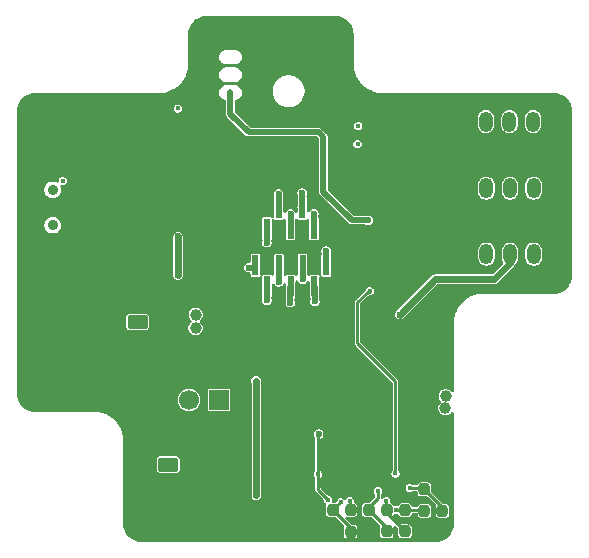
<source format=gbr>
%TF.GenerationSoftware,KiCad,Pcbnew,9.0.4*%
%TF.CreationDate,2025-10-03T18:01:33+02:00*%
%TF.ProjectId,LoraHarvesterBox,4c6f7261-4861-4727-9665-73746572426f,rev?*%
%TF.SameCoordinates,Original*%
%TF.FileFunction,Copper,L4,Bot*%
%TF.FilePolarity,Positive*%
%FSLAX46Y46*%
G04 Gerber Fmt 4.6, Leading zero omitted, Abs format (unit mm)*
G04 Created by KiCad (PCBNEW 9.0.4) date 2025-10-03 18:01:33*
%MOMM*%
%LPD*%
G01*
G04 APERTURE LIST*
G04 Aperture macros list*
%AMRoundRect*
0 Rectangle with rounded corners*
0 $1 Rounding radius*
0 $2 $3 $4 $5 $6 $7 $8 $9 X,Y pos of 4 corners*
0 Add a 4 corners polygon primitive as box body*
4,1,4,$2,$3,$4,$5,$6,$7,$8,$9,$2,$3,0*
0 Add four circle primitives for the rounded corners*
1,1,$1+$1,$2,$3*
1,1,$1+$1,$4,$5*
1,1,$1+$1,$6,$7*
1,1,$1+$1,$8,$9*
0 Add four rect primitives between the rounded corners*
20,1,$1+$1,$2,$3,$4,$5,0*
20,1,$1+$1,$4,$5,$6,$7,0*
20,1,$1+$1,$6,$7,$8,$9,0*
20,1,$1+$1,$8,$9,$2,$3,0*%
G04 Aperture macros list end*
%TA.AperFunction,ComponentPad*%
%ADD10RoundRect,0.250000X-0.350000X-0.625000X0.350000X-0.625000X0.350000X0.625000X-0.350000X0.625000X0*%
%TD*%
%TA.AperFunction,ComponentPad*%
%ADD11O,1.200000X1.750000*%
%TD*%
%TA.AperFunction,ComponentPad*%
%ADD12R,1.700000X1.700000*%
%TD*%
%TA.AperFunction,ComponentPad*%
%ADD13C,1.700000*%
%TD*%
%TA.AperFunction,ComponentPad*%
%ADD14RoundRect,0.250000X-0.625000X0.350000X-0.625000X-0.350000X0.625000X-0.350000X0.625000X0.350000X0*%
%TD*%
%TA.AperFunction,ComponentPad*%
%ADD15O,1.750000X1.200000*%
%TD*%
%TA.AperFunction,ComponentPad*%
%ADD16C,0.900000*%
%TD*%
%TA.AperFunction,ComponentPad*%
%ADD17RoundRect,0.250000X-0.265000X-0.615000X0.265000X-0.615000X0.265000X0.615000X-0.265000X0.615000X0*%
%TD*%
%TA.AperFunction,ComponentPad*%
%ADD18O,1.030000X1.730000*%
%TD*%
%TA.AperFunction,SMDPad,CuDef*%
%ADD19RoundRect,0.237500X-0.237500X0.250000X-0.237500X-0.250000X0.237500X-0.250000X0.237500X0.250000X0*%
%TD*%
%TA.AperFunction,SMDPad,CuDef*%
%ADD20R,0.600000X1.750000*%
%TD*%
%TA.AperFunction,SMDPad,CuDef*%
%ADD21RoundRect,0.237500X0.237500X-0.250000X0.237500X0.250000X-0.237500X0.250000X-0.237500X-0.250000X0*%
%TD*%
%TA.AperFunction,ViaPad*%
%ADD22C,0.450000*%
%TD*%
%TA.AperFunction,ViaPad*%
%ADD23C,0.600000*%
%TD*%
%TA.AperFunction,ViaPad*%
%ADD24C,0.500000*%
%TD*%
%TA.AperFunction,ViaPad*%
%ADD25C,1.000000*%
%TD*%
%TA.AperFunction,Conductor*%
%ADD26C,0.250000*%
%TD*%
%TA.AperFunction,Conductor*%
%ADD27C,0.500000*%
%TD*%
%TA.AperFunction,Conductor*%
%ADD28C,0.254000*%
%TD*%
%TA.AperFunction,Conductor*%
%ADD29C,0.600000*%
%TD*%
G04 APERTURE END LIST*
D10*
%TO.P,J5,1,Pin_1*%
%TO.N,GND*%
X139240000Y-69560000D03*
D11*
%TO.P,J5,2,Pin_2*%
%TO.N,+3V0*%
X141240000Y-69560000D03*
%TO.P,J5,3,Pin_3*%
%TO.N,/U1_RX*%
X143240000Y-69560000D03*
%TO.P,J5,4,Pin_4*%
%TO.N,/U1_TX*%
X145240000Y-69560000D03*
%TD*%
D10*
%TO.P,J4,1,Pin_1*%
%TO.N,GND*%
X139200000Y-63930000D03*
D11*
%TO.P,J4,2,Pin_2*%
%TO.N,+3V0*%
X141200000Y-63930000D03*
%TO.P,J4,3,Pin_3*%
%TO.N,/SWCLK*%
X143200000Y-63930000D03*
%TO.P,J4,4,Pin_4*%
%TO.N,/SWDIO*%
X145200000Y-63930000D03*
%TD*%
D12*
%TO.P,J3,1,Pin_1*%
%TO.N,/VBAT*%
X118590000Y-87490000D03*
D13*
%TO.P,J3,2,Pin_2*%
%TO.N,Net-(BT1-+)*%
X116050000Y-87490000D03*
%TD*%
D14*
%TO.P,J1,1,Pin_1*%
%TO.N,/VSOLAR*%
X114300000Y-92960000D03*
D15*
%TO.P,J1,2,Pin_2*%
%TO.N,GND*%
X114300000Y-94960000D03*
%TD*%
D16*
%TO.P,SW1,*%
%TO.N,*%
X104520000Y-69700000D03*
X104520000Y-72700000D03*
%TD*%
D17*
%TO.P,J7,1,Pin_1*%
%TO.N,GND*%
X118300000Y-56820000D03*
D18*
%TO.P,J7,2,Pin_2*%
%TO.N,+3V0*%
X119800000Y-56820000D03*
%TO.P,J7,3,Pin_3*%
%TO.N,/SDA*%
X121300000Y-56820000D03*
%TO.P,J7,4,Pin_4*%
%TO.N,/SCL*%
X122800000Y-56820000D03*
%TD*%
D14*
%TO.P,J2,1,Pin_1*%
%TO.N,Net-(BT1-+)*%
X111710000Y-80890000D03*
D15*
%TO.P,J2,2,Pin_2*%
%TO.N,GND*%
X111710000Y-82890000D03*
%TD*%
D10*
%TO.P,J6,1,Pin_1*%
%TO.N,GND*%
X139250000Y-75140000D03*
D11*
%TO.P,J6,2,Pin_2*%
%TO.N,+3V0*%
X141250000Y-75140000D03*
%TO.P,J6,3,Pin_3*%
%TO.N,/U2_RX*%
X143250000Y-75140000D03*
%TO.P,J6,4,Pin_4*%
%TO.N,/U2_TX*%
X145250000Y-75140000D03*
%TD*%
D19*
%TO.P,ROK1,1*%
%TO.N,Net-(U1-OK_PROG)*%
X131270000Y-96807500D03*
%TO.P,ROK1,2*%
%TO.N,GND*%
X131270000Y-98632500D03*
%TD*%
%TO.P,ROK2,1*%
%TO.N,Net-(U1-OK_HYST)*%
X132800000Y-96800000D03*
%TO.P,ROK2,2*%
%TO.N,Net-(U1-OK_PROG)*%
X132800000Y-98625000D03*
%TD*%
D20*
%TO.P,J8,1,Pin_1*%
%TO.N,GND*%
X121660000Y-71250000D03*
%TO.P,J8,2,Pin_2*%
%TO.N,+3V0*%
X122660000Y-73000000D03*
%TO.P,J8,3,Pin_3*%
%TO.N,Net-(J8-Pin_3)*%
X123660000Y-71250000D03*
%TO.P,J8,4,Pin_4*%
%TO.N,Net-(J8-Pin_4)*%
X124660000Y-73000000D03*
%TO.P,J8,5,Pin_5*%
%TO.N,Net-(J8-Pin_5)*%
X125660000Y-71250000D03*
%TO.P,J8,6,Pin_6*%
%TO.N,Net-(J8-Pin_6)*%
X126660000Y-73000000D03*
%TD*%
D19*
%TO.P,ROV1,1*%
%TO.N,Net-(U1-VBAT_OV)*%
X128220000Y-96810000D03*
%TO.P,ROV1,2*%
%TO.N,GND*%
X128220000Y-98635000D03*
%TD*%
D21*
%TO.P,ROUT1,1*%
%TO.N,Net-(U1-VOUT_SET)*%
X137520000Y-96887500D03*
%TO.P,ROUT1,2*%
%TO.N,GND*%
X137520000Y-95062500D03*
%TD*%
D19*
%TO.P,ROK3,1*%
%TO.N,Net-(U1-VRDIV)*%
X134340000Y-96797500D03*
%TO.P,ROK3,2*%
%TO.N,Net-(U1-OK_HYST)*%
X134340000Y-98622500D03*
%TD*%
%TO.P,ROV2,1*%
%TO.N,Net-(U1-VRDIV)*%
X129740000Y-96807500D03*
%TO.P,ROV2,2*%
%TO.N,Net-(U1-VBAT_OV)*%
X129740000Y-98632500D03*
%TD*%
D20*
%TO.P,J9,1,Pin_1*%
%TO.N,Net-(J9-Pin_1)*%
X121680000Y-76110000D03*
%TO.P,J9,2,Pin_2*%
%TO.N,Net-(J9-Pin_2)*%
X122680000Y-77860000D03*
%TO.P,J9,3,Pin_3*%
%TO.N,Net-(J9-Pin_3)*%
X123680000Y-76110000D03*
%TO.P,J9,4,Pin_4*%
%TO.N,Net-(J9-Pin_4)*%
X124680000Y-77860000D03*
%TO.P,J9,5,Pin_5*%
%TO.N,Net-(J9-Pin_5)*%
X125680000Y-76110000D03*
%TO.P,J9,6,Pin_6*%
%TO.N,Net-(J9-Pin_6)*%
X126680000Y-77860000D03*
%TO.P,J9,7,Pin_7*%
%TO.N,+3V0*%
X127680000Y-76110000D03*
%TO.P,J9,8,Pin_8*%
%TO.N,GND*%
X128680000Y-77860000D03*
%TD*%
D21*
%TO.P,ROUT2,1*%
%TO.N,Net-(U1-VRDIV)*%
X136000000Y-96890000D03*
%TO.P,ROUT2,2*%
%TO.N,Net-(U1-VOUT_SET)*%
X136000000Y-95065000D03*
%TD*%
D22*
%TO.N,GND*%
X120100000Y-83150000D03*
D23*
X118820000Y-84040000D03*
D22*
X120680000Y-67720000D03*
D23*
X112990000Y-81880000D03*
D22*
X115210000Y-61440000D03*
D23*
X104570000Y-63880000D03*
X116770000Y-69250000D03*
D22*
X121630000Y-69990000D03*
D23*
X116710000Y-70280000D03*
X145100000Y-67630000D03*
D22*
X126480000Y-98100000D03*
D23*
X119440000Y-79260000D03*
X122860000Y-65510000D03*
D22*
X135100000Y-95850000D03*
D23*
X104560000Y-66400000D03*
X102060000Y-71700000D03*
X124300000Y-98820000D03*
D22*
X118720000Y-74130000D03*
X130510000Y-99200000D03*
D23*
X113030000Y-72480000D03*
X137000000Y-98470000D03*
X136270000Y-82440000D03*
D22*
X131270000Y-97800000D03*
D23*
X136410000Y-86370000D03*
X112600000Y-98240000D03*
D22*
X127435000Y-92635000D03*
D23*
X140730000Y-70960000D03*
X102310000Y-66140000D03*
X142090000Y-70650000D03*
X102060000Y-77180000D03*
X143700000Y-62190000D03*
X126140000Y-65730000D03*
D22*
X123510000Y-63180000D03*
D23*
X146870000Y-73980000D03*
X129850000Y-73650000D03*
D22*
X128780000Y-62460000D03*
D24*
X129697500Y-93683750D03*
D23*
X144210000Y-65120000D03*
D22*
X138080000Y-95960000D03*
D23*
X105840000Y-62060000D03*
X130030000Y-67630000D03*
X125620000Y-85875000D03*
X138200000Y-70990000D03*
D22*
X128050000Y-57850000D03*
D23*
X115090000Y-82900000D03*
X127010000Y-88610000D03*
D24*
X128952500Y-92971250D03*
D23*
X131470000Y-67390000D03*
X117590000Y-94670000D03*
X131350000Y-86030000D03*
X133190000Y-67330000D03*
X142190000Y-64850000D03*
D22*
X120150000Y-65440000D03*
D23*
X140690000Y-67360000D03*
X110310000Y-84710000D03*
D22*
X104850000Y-67540000D03*
D23*
X128680000Y-76490000D03*
D22*
X123580000Y-73000000D03*
X116730000Y-59040000D03*
X130640000Y-62400000D03*
X134330000Y-97640000D03*
X129780000Y-97650000D03*
D23*
X102880000Y-63270000D03*
X113050000Y-79250000D03*
X134720000Y-84120000D03*
X135330000Y-77830000D03*
X110570000Y-70650000D03*
X145850000Y-77720000D03*
D22*
X113040000Y-63140000D03*
D23*
X128640000Y-88617500D03*
D24*
X130181250Y-94390000D03*
D23*
X126450000Y-56410000D03*
D22*
X127640000Y-59610000D03*
D23*
X120540000Y-70990000D03*
X114280000Y-76090000D03*
X146990000Y-77220000D03*
X142710000Y-73640000D03*
D22*
X103420000Y-68350000D03*
X118840000Y-83340000D03*
X105380000Y-73460000D03*
X122770000Y-56360000D03*
X131250000Y-87370000D03*
D23*
X124620000Y-65510000D03*
D22*
X119130000Y-81380000D03*
D23*
X141090000Y-61950000D03*
X108910000Y-62330000D03*
X146820000Y-63140000D03*
D22*
X132600000Y-86300000D03*
D23*
X108770000Y-81810000D03*
D22*
X114610000Y-65400000D03*
D23*
X104470000Y-71130000D03*
D24*
X115090000Y-80550000D03*
X128937499Y-94193749D03*
D25*
X137770000Y-93010000D03*
D24*
X130372500Y-93008750D03*
D23*
X141430000Y-67410000D03*
X137280000Y-62420000D03*
D22*
X120970000Y-79530000D03*
X118050000Y-67070000D03*
X111510000Y-64120000D03*
X103440000Y-74110000D03*
X132520000Y-81550000D03*
X126870000Y-84980000D03*
D23*
X112920000Y-90300000D03*
D22*
X111660000Y-65400000D03*
X111660000Y-66670000D03*
X113480000Y-68790000D03*
D23*
X111550000Y-93620000D03*
X104840000Y-77370000D03*
D22*
X128230000Y-97780000D03*
D23*
X104560000Y-65150000D03*
D25*
X137790000Y-94070000D03*
D22*
X121620000Y-55700000D03*
D23*
X106820000Y-70500000D03*
X119830000Y-90060000D03*
D22*
X127610000Y-94700000D03*
D23*
X121040000Y-91560000D03*
X112680000Y-84430000D03*
X112880000Y-88560000D03*
X114960000Y-70130000D03*
D22*
X111760000Y-67910000D03*
D23*
X117890000Y-98330000D03*
X117290000Y-96560000D03*
X102110000Y-68900000D03*
D22*
X123510000Y-58510000D03*
X116730000Y-75440000D03*
D23*
X146610000Y-70920000D03*
X101910000Y-81770000D03*
X136080000Y-84410000D03*
X112310000Y-67090000D03*
X126430000Y-66690000D03*
X126580000Y-68120000D03*
D22*
X134670000Y-87090000D03*
D23*
X107360000Y-66070000D03*
X147230000Y-66490000D03*
X115170000Y-85300000D03*
D22*
X116680000Y-57150000D03*
D23*
X111180000Y-76560000D03*
D22*
X117990000Y-61450000D03*
X134090000Y-62480000D03*
X132520000Y-92420000D03*
D23*
X110760000Y-79760000D03*
X105280000Y-81850000D03*
X112960000Y-77060000D03*
X140620000Y-73690000D03*
X110020000Y-86490000D03*
D22*
X128890000Y-99200000D03*
D23*
X136500000Y-76320000D03*
X133200000Y-95010000D03*
X108500000Y-74720000D03*
X135450000Y-93920000D03*
X120800000Y-96940000D03*
D22*
X117000000Y-72870000D03*
X112930000Y-86900000D03*
D23*
X131230000Y-70290000D03*
X120310000Y-73890000D03*
D22*
X129800000Y-81190000D03*
X125630000Y-73030000D03*
X133560000Y-99220000D03*
D23*
X117960000Y-90820000D03*
D22*
X134990000Y-83060000D03*
X125140000Y-88360000D03*
X130490000Y-97570000D03*
X134610000Y-81790000D03*
X123140000Y-88360000D03*
X131960000Y-99190000D03*
X135830000Y-64380000D03*
D23*
X107660000Y-76460000D03*
X146970000Y-67770000D03*
X144350000Y-78040000D03*
D22*
X126630000Y-86420000D03*
D23*
X137540000Y-80840000D03*
X107730000Y-78350000D03*
D22*
X124830000Y-96650000D03*
X104980000Y-74170000D03*
D23*
X111150000Y-88730000D03*
X138380000Y-79220000D03*
X103880000Y-85900000D03*
X121660000Y-72470000D03*
X124840000Y-80780000D03*
D22*
%TO.N,+3V0*%
X115120000Y-62810000D03*
X130340000Y-65830000D03*
D25*
X116620000Y-81410000D03*
X116640000Y-80270000D03*
D22*
X130390000Y-64300000D03*
X105370000Y-68950000D03*
D23*
X122660000Y-74180000D03*
D25*
X137780000Y-88190000D03*
X137790000Y-87170000D03*
D23*
X127680000Y-74880000D03*
D22*
%TO.N,/VSTOR*%
X126970000Y-93790000D03*
D23*
X127050000Y-90380000D03*
D22*
X127810000Y-95930000D03*
%TO.N,/VSOLAR*%
X121720000Y-85870000D03*
D23*
X121760000Y-95550000D03*
D22*
%TO.N,/VBAT_OK*%
X131370000Y-78280000D03*
X133540000Y-93720000D03*
%TO.N,Net-(U1-OK_PROG)*%
X132060000Y-95200000D03*
%TO.N,Net-(U1-OK_HYST)*%
X132760000Y-96070000D03*
%TO.N,Net-(U1-VRDIV)*%
X129690000Y-96070000D03*
X133630000Y-96800000D03*
%TO.N,Net-(U1-VOUT_SET)*%
X134750000Y-94950000D03*
%TO.N,Net-(U1-VBAT_OV)*%
X128920000Y-96150000D03*
D23*
%TO.N,Net-(J8-Pin_6)*%
X126650000Y-71720000D03*
%TO.N,Net-(J9-Pin_5)*%
X125690000Y-77280000D03*
%TO.N,Net-(J8-Pin_4)*%
X124660000Y-71740000D03*
%TO.N,Net-(J9-Pin_1)*%
X121130000Y-76280000D03*
%TO.N,Net-(J8-Pin_3)*%
X123650000Y-70030000D03*
%TO.N,Net-(J9-Pin_2)*%
X122650000Y-79040000D03*
%TO.N,Net-(J9-Pin_4)*%
X124640000Y-79260000D03*
%TO.N,Net-(J9-Pin_6)*%
X126720000Y-79150000D03*
%TO.N,Net-(J9-Pin_3)*%
X123670000Y-77510000D03*
%TO.N,Net-(J8-Pin_5)*%
X125650000Y-69980000D03*
%TO.N,/RST*%
X115140000Y-73650000D03*
X115140000Y-76920000D03*
%TO.N,/U2_RX*%
X133920000Y-80270000D03*
%TO.N,/SCL*%
X131230000Y-72280000D03*
%TD*%
D26*
%TO.N,GND*%
X137520000Y-95062500D02*
X137520000Y-94210000D01*
D27*
X121660000Y-72470000D02*
X121660000Y-71250000D01*
X104570000Y-63880000D02*
X105865000Y-63880000D01*
D26*
X128220000Y-97790000D02*
X128230000Y-97780000D01*
D27*
X104560000Y-66400000D02*
X105845000Y-66400000D01*
D26*
X131270000Y-98632500D02*
X131270000Y-97800000D01*
D27*
X128680000Y-77860000D02*
X128680000Y-76490000D01*
X104560000Y-65150000D02*
X105865000Y-65150000D01*
D26*
X128220000Y-98635000D02*
X128220000Y-97790000D01*
X137520000Y-94210000D02*
X137500000Y-94190000D01*
D27*
%TO.N,+3V0*%
X122660000Y-74180000D02*
X122660000Y-73000000D01*
X127680000Y-76110000D02*
X127680000Y-74880000D01*
D26*
%TO.N,/VSTOR*%
X126959000Y-92437834D02*
X126970000Y-92426834D01*
X126959000Y-92832166D02*
X126959000Y-92437834D01*
X126970000Y-93790000D02*
X126970000Y-92843166D01*
D28*
X126970000Y-93790000D02*
X126970000Y-95103750D01*
X126970000Y-90460000D02*
X127050000Y-90380000D01*
X126970000Y-95103750D02*
X127796250Y-95930000D01*
D26*
X126970000Y-92426834D02*
X126970000Y-90460000D01*
D28*
X127796250Y-95930000D02*
X127810000Y-95930000D01*
D26*
X126970000Y-92843166D02*
X126959000Y-92832166D01*
D29*
%TO.N,/VSOLAR*%
X121720000Y-85870000D02*
X121760000Y-85910000D01*
X121760000Y-85910000D02*
X121760000Y-95550000D01*
D26*
%TO.N,/VBAT_OK*%
X131330000Y-78320000D02*
X131370000Y-78280000D01*
X130310000Y-82690000D02*
X130310000Y-79240000D01*
X133540000Y-93720000D02*
X133540000Y-85920000D01*
X131230000Y-78320000D02*
X131330000Y-78320000D01*
X133540000Y-85920000D02*
X130310000Y-82690000D01*
X130310000Y-79240000D02*
X131230000Y-78320000D01*
%TO.N,Net-(U1-OK_PROG)*%
X132060000Y-95760000D02*
X132060000Y-95200000D01*
X131270000Y-96830000D02*
X132800000Y-98360000D01*
X131270000Y-96550000D02*
X132060000Y-95760000D01*
%TO.N,Net-(U1-OK_HYST)*%
X132800000Y-97082500D02*
X134340000Y-98622500D01*
X132760000Y-96070000D02*
X132760000Y-96760000D01*
%TO.N,Net-(U1-VRDIV)*%
X129690000Y-96070000D02*
X129690000Y-96757500D01*
X134340000Y-96797500D02*
X135907500Y-96797500D01*
X133630000Y-96800000D02*
X134337500Y-96800000D01*
%TO.N,Net-(U1-VOUT_SET)*%
X137520000Y-96585000D02*
X136000000Y-95065000D01*
X134750000Y-94950000D02*
X135885000Y-94950000D01*
%TO.N,Net-(U1-VBAT_OV)*%
X128880000Y-96150000D02*
X128220000Y-96810000D01*
X129740000Y-98330000D02*
X128220000Y-96810000D01*
X128920000Y-96150000D02*
X128880000Y-96150000D01*
D27*
%TO.N,Net-(J8-Pin_6)*%
X126650000Y-72990000D02*
X126660000Y-73000000D01*
X126650000Y-71720000D02*
X126650000Y-72990000D01*
%TO.N,Net-(J9-Pin_5)*%
X125690000Y-77280000D02*
X125690000Y-76120000D01*
%TO.N,Net-(J8-Pin_4)*%
X124660000Y-71740000D02*
X124660000Y-73000000D01*
%TO.N,Net-(J9-Pin_1)*%
X121130000Y-76280000D02*
X121510000Y-76280000D01*
X121510000Y-76280000D02*
X121680000Y-76110000D01*
%TO.N,Net-(J8-Pin_3)*%
X123650000Y-70030000D02*
X123650000Y-71240000D01*
X123650000Y-71240000D02*
X123660000Y-71250000D01*
%TO.N,Net-(J9-Pin_2)*%
X122650000Y-79040000D02*
X122650000Y-77890000D01*
%TO.N,Net-(J9-Pin_4)*%
X124640000Y-79260000D02*
X124640000Y-77900000D01*
%TO.N,Net-(J9-Pin_6)*%
X126720000Y-79150000D02*
X126720000Y-77900000D01*
%TO.N,Net-(J9-Pin_3)*%
X123670000Y-77510000D02*
X123670000Y-76120000D01*
%TO.N,Net-(J8-Pin_5)*%
X125600000Y-71190000D02*
X125660000Y-71250000D01*
X125650000Y-71240000D02*
X125660000Y-71250000D01*
X125650000Y-69980000D02*
X125650000Y-71240000D01*
D29*
%TO.N,/RST*%
X115140000Y-76920000D02*
X115140000Y-73650000D01*
%TO.N,/U2_RX*%
X143250000Y-75140000D02*
X143250000Y-75920000D01*
X143250000Y-75920000D02*
X141900000Y-77270000D01*
X136920000Y-77270000D02*
X133920000Y-80270000D01*
X141900000Y-77270000D02*
X136920000Y-77270000D01*
D27*
%TO.N,/SCL*%
X119570000Y-63290000D02*
X121110000Y-64830000D01*
X121110000Y-64830000D02*
X127060000Y-64830000D01*
X127060000Y-64830000D02*
X127450000Y-65220000D01*
D29*
X123040000Y-57935420D02*
X123040000Y-57790000D01*
D27*
X127450000Y-65220000D02*
X127450000Y-69880000D01*
X119570000Y-61460000D02*
X119570000Y-63290000D01*
X129850000Y-72280000D02*
X131230000Y-72280000D01*
X127450000Y-69880000D02*
X129850000Y-72280000D01*
%TD*%
%TA.AperFunction,Conductor*%
%TO.N,GND*%
G36*
X128504418Y-55000816D02*
G01*
X128704561Y-55015130D01*
X128722063Y-55017647D01*
X128913797Y-55059355D01*
X128930755Y-55064334D01*
X129114609Y-55132909D01*
X129130701Y-55140259D01*
X129302904Y-55234288D01*
X129317784Y-55243849D01*
X129474867Y-55361441D01*
X129488237Y-55373027D01*
X129626972Y-55511762D01*
X129638558Y-55525132D01*
X129756146Y-55682210D01*
X129765711Y-55697095D01*
X129859740Y-55869298D01*
X129867090Y-55885390D01*
X129935662Y-56069236D01*
X129940646Y-56086212D01*
X129982351Y-56277931D01*
X129984869Y-56295442D01*
X129999184Y-56495580D01*
X129999500Y-56504427D01*
X129999500Y-58934108D01*
X129999500Y-59000000D01*
X129999500Y-59151252D01*
X130035963Y-59451551D01*
X130064576Y-59567638D01*
X130108358Y-59745272D01*
X130215628Y-60028117D01*
X130356206Y-60295964D01*
X130356212Y-60295973D01*
X130528047Y-60544921D01*
X130528052Y-60544927D01*
X130728646Y-60771351D01*
X130728648Y-60771353D01*
X130955072Y-60971947D01*
X130955078Y-60971952D01*
X131204026Y-61143787D01*
X131204035Y-61143793D01*
X131471882Y-61284371D01*
X131754727Y-61391641D01*
X131754731Y-61391642D01*
X131754734Y-61391643D01*
X132048449Y-61464037D01*
X132299661Y-61494539D01*
X132348746Y-61500500D01*
X132348748Y-61500500D01*
X132434108Y-61500500D01*
X146934108Y-61500500D01*
X146995572Y-61500500D01*
X147004418Y-61500816D01*
X147204561Y-61515130D01*
X147222063Y-61517647D01*
X147413797Y-61559355D01*
X147430755Y-61564334D01*
X147614609Y-61632909D01*
X147630701Y-61640259D01*
X147802904Y-61734288D01*
X147817784Y-61743849D01*
X147974867Y-61861441D01*
X147988237Y-61873027D01*
X148126972Y-62011762D01*
X148138558Y-62025132D01*
X148256146Y-62182210D01*
X148265711Y-62197095D01*
X148359740Y-62369298D01*
X148367090Y-62385390D01*
X148435662Y-62569236D01*
X148440646Y-62586212D01*
X148482351Y-62777931D01*
X148484869Y-62795442D01*
X148499184Y-62995580D01*
X148499500Y-63004427D01*
X148499500Y-76995572D01*
X148499184Y-77004419D01*
X148484869Y-77204557D01*
X148482351Y-77222068D01*
X148440646Y-77413787D01*
X148435662Y-77430763D01*
X148367090Y-77614609D01*
X148359740Y-77630701D01*
X148265711Y-77802904D01*
X148256146Y-77817789D01*
X148138558Y-77974867D01*
X148126972Y-77988237D01*
X147988237Y-78126972D01*
X147974867Y-78138558D01*
X147817789Y-78256146D01*
X147802904Y-78265711D01*
X147630701Y-78359740D01*
X147614609Y-78367090D01*
X147430763Y-78435662D01*
X147413787Y-78440646D01*
X147222068Y-78482351D01*
X147204557Y-78484869D01*
X147023779Y-78497799D01*
X147004417Y-78499184D01*
X146995572Y-78499500D01*
X140848746Y-78499500D01*
X140698598Y-78517731D01*
X140548449Y-78535963D01*
X140449036Y-78560466D01*
X140254727Y-78608358D01*
X139971882Y-78715628D01*
X139704035Y-78856206D01*
X139704026Y-78856212D01*
X139455078Y-79028047D01*
X139455072Y-79028052D01*
X139228648Y-79228646D01*
X139228646Y-79228648D01*
X139028052Y-79455072D01*
X139028047Y-79455078D01*
X138856212Y-79704026D01*
X138856206Y-79704035D01*
X138715628Y-79971882D01*
X138608358Y-80254727D01*
X138578200Y-80377085D01*
X138535963Y-80548449D01*
X138524457Y-80643206D01*
X138499500Y-80848745D01*
X138499500Y-86735114D01*
X138479815Y-86802153D01*
X138427011Y-86847908D01*
X138357853Y-86857852D01*
X138294297Y-86828827D01*
X138276333Y-86807072D01*
X138275470Y-86807735D01*
X138270518Y-86801282D01*
X138158717Y-86689481D01*
X138158709Y-86689475D01*
X138021790Y-86610426D01*
X138021786Y-86610424D01*
X138021784Y-86610423D01*
X137869057Y-86569500D01*
X137710943Y-86569500D01*
X137558216Y-86610423D01*
X137558209Y-86610426D01*
X137421290Y-86689475D01*
X137421282Y-86689481D01*
X137309481Y-86801282D01*
X137309475Y-86801290D01*
X137230426Y-86938209D01*
X137230423Y-86938216D01*
X137189500Y-87090943D01*
X137189500Y-87249056D01*
X137230423Y-87401783D01*
X137230426Y-87401790D01*
X137309475Y-87538709D01*
X137309481Y-87538717D01*
X137358083Y-87587319D01*
X137391568Y-87648642D01*
X137386584Y-87718334D01*
X137358083Y-87762681D01*
X137299481Y-87821282D01*
X137299475Y-87821290D01*
X137220426Y-87958209D01*
X137220423Y-87958216D01*
X137179500Y-88110943D01*
X137179500Y-88269057D01*
X137215651Y-88403972D01*
X137220423Y-88421783D01*
X137220426Y-88421790D01*
X137299475Y-88558709D01*
X137299479Y-88558714D01*
X137299480Y-88558716D01*
X137411284Y-88670520D01*
X137411286Y-88670521D01*
X137411290Y-88670524D01*
X137489412Y-88715627D01*
X137548216Y-88749577D01*
X137700943Y-88790500D01*
X137700945Y-88790500D01*
X137859055Y-88790500D01*
X137859057Y-88790500D01*
X138011784Y-88749577D01*
X138148716Y-88670520D01*
X138260520Y-88558716D01*
X138268112Y-88545565D01*
X138318677Y-88497350D01*
X138387284Y-88484125D01*
X138452149Y-88510091D01*
X138492679Y-88567005D01*
X138499500Y-88607564D01*
X138499500Y-97995572D01*
X138499184Y-98004418D01*
X138499184Y-98004419D01*
X138484869Y-98204557D01*
X138482351Y-98222068D01*
X138440646Y-98413787D01*
X138435662Y-98430763D01*
X138367090Y-98614609D01*
X138359740Y-98630701D01*
X138265711Y-98802904D01*
X138256146Y-98817789D01*
X138138558Y-98974867D01*
X138126972Y-98988237D01*
X137988237Y-99126972D01*
X137974867Y-99138558D01*
X137817789Y-99256146D01*
X137802904Y-99265711D01*
X137630701Y-99359740D01*
X137614609Y-99367090D01*
X137430763Y-99435662D01*
X137413787Y-99440646D01*
X137222068Y-99482351D01*
X137204557Y-99484869D01*
X137023779Y-99497799D01*
X137004417Y-99499184D01*
X136995572Y-99499500D01*
X112004428Y-99499500D01*
X111995582Y-99499184D01*
X111973622Y-99497613D01*
X111795442Y-99484869D01*
X111777931Y-99482351D01*
X111586212Y-99440646D01*
X111569236Y-99435662D01*
X111385390Y-99367090D01*
X111369298Y-99359740D01*
X111197095Y-99265711D01*
X111182210Y-99256146D01*
X111125935Y-99214019D01*
X111025132Y-99138558D01*
X111011762Y-99126972D01*
X110873027Y-98988237D01*
X110861441Y-98974867D01*
X110743849Y-98817784D01*
X110734288Y-98802904D01*
X110640259Y-98630701D01*
X110632909Y-98614609D01*
X110572091Y-98451551D01*
X110564334Y-98430755D01*
X110559355Y-98413797D01*
X110517647Y-98222063D01*
X110515130Y-98204556D01*
X110514322Y-98193265D01*
X110500816Y-98004418D01*
X110500500Y-97995572D01*
X110500500Y-92576739D01*
X113324500Y-92576739D01*
X113324500Y-93343260D01*
X113334426Y-93411391D01*
X113385803Y-93516485D01*
X113468514Y-93599196D01*
X113468515Y-93599196D01*
X113468517Y-93599198D01*
X113573607Y-93650573D01*
X113601994Y-93654709D01*
X113641739Y-93660500D01*
X113641740Y-93660500D01*
X114958261Y-93660500D01*
X114997985Y-93654712D01*
X115026393Y-93650573D01*
X115131483Y-93599198D01*
X115214198Y-93516483D01*
X115265573Y-93411393D01*
X115275500Y-93343260D01*
X115275500Y-92576740D01*
X115265573Y-92508607D01*
X115214198Y-92403517D01*
X115214196Y-92403515D01*
X115214196Y-92403514D01*
X115131485Y-92320803D01*
X115026391Y-92269426D01*
X114958261Y-92259500D01*
X114958260Y-92259500D01*
X113641740Y-92259500D01*
X113641739Y-92259500D01*
X113573608Y-92269426D01*
X113468514Y-92320803D01*
X113385803Y-92403514D01*
X113334426Y-92508608D01*
X113324500Y-92576739D01*
X110500500Y-92576739D01*
X110500500Y-90848745D01*
X110488899Y-90753207D01*
X110464037Y-90548449D01*
X110391643Y-90254734D01*
X110391642Y-90254731D01*
X110391641Y-90254727D01*
X110284371Y-89971882D01*
X110143793Y-89704035D01*
X110143787Y-89704026D01*
X109971952Y-89455078D01*
X109971947Y-89455072D01*
X109771353Y-89228648D01*
X109771351Y-89228646D01*
X109544927Y-89028052D01*
X109544921Y-89028047D01*
X109295973Y-88856212D01*
X109295964Y-88856206D01*
X109028117Y-88715628D01*
X108745272Y-88608358D01*
X108629820Y-88579902D01*
X108451551Y-88535963D01*
X108271371Y-88514085D01*
X108151254Y-88499500D01*
X108151252Y-88499500D01*
X108065892Y-88499500D01*
X103004428Y-88499500D01*
X102995582Y-88499184D01*
X102969940Y-88497350D01*
X102795442Y-88484869D01*
X102777931Y-88482351D01*
X102586212Y-88440646D01*
X102569236Y-88435662D01*
X102385390Y-88367090D01*
X102369298Y-88359740D01*
X102197095Y-88265711D01*
X102182210Y-88256146D01*
X102025132Y-88138558D01*
X102011762Y-88126972D01*
X101873027Y-87988237D01*
X101861441Y-87974867D01*
X101835513Y-87940231D01*
X101743849Y-87817784D01*
X101734288Y-87802904D01*
X101640259Y-87630701D01*
X101632909Y-87614609D01*
X101621351Y-87583620D01*
X101564337Y-87430761D01*
X101559355Y-87413797D01*
X101555566Y-87396379D01*
X115099500Y-87396379D01*
X115099500Y-87583620D01*
X115136025Y-87767243D01*
X115136027Y-87767251D01*
X115207676Y-87940228D01*
X115207681Y-87940237D01*
X115311697Y-88095907D01*
X115311700Y-88095911D01*
X115444088Y-88228299D01*
X115444092Y-88228302D01*
X115599762Y-88332318D01*
X115599768Y-88332321D01*
X115599769Y-88332322D01*
X115772749Y-88403973D01*
X115932062Y-88435662D01*
X115956379Y-88440499D01*
X115956383Y-88440500D01*
X115956384Y-88440500D01*
X116143617Y-88440500D01*
X116143618Y-88440499D01*
X116327251Y-88403973D01*
X116500231Y-88332322D01*
X116655908Y-88228302D01*
X116788302Y-88095908D01*
X116892322Y-87940231D01*
X116963973Y-87767251D01*
X117000500Y-87583616D01*
X117000500Y-87396384D01*
X116963973Y-87212749D01*
X116892322Y-87039769D01*
X116892321Y-87039768D01*
X116892318Y-87039762D01*
X116788302Y-86884092D01*
X116788299Y-86884088D01*
X116655911Y-86751700D01*
X116655907Y-86751697D01*
X116619112Y-86727111D01*
X116500237Y-86647681D01*
X116500228Y-86647676D01*
X116457791Y-86630098D01*
X117639500Y-86630098D01*
X117639500Y-88349894D01*
X117639501Y-88349902D01*
X117645330Y-88379212D01*
X117667542Y-88412457D01*
X117681501Y-88421783D01*
X117700787Y-88434669D01*
X117700790Y-88434669D01*
X117700791Y-88434670D01*
X117705779Y-88435662D01*
X117730101Y-88440500D01*
X119449898Y-88440499D01*
X119479213Y-88434669D01*
X119512457Y-88412457D01*
X119534669Y-88379213D01*
X119540500Y-88349899D01*
X119540499Y-86630102D01*
X119534669Y-86600787D01*
X119518126Y-86576027D01*
X119512457Y-86567542D01*
X119479214Y-86545332D01*
X119479215Y-86545332D01*
X119479213Y-86545331D01*
X119479211Y-86545330D01*
X119479208Y-86545329D01*
X119449901Y-86539500D01*
X117730105Y-86539500D01*
X117730097Y-86539501D01*
X117700787Y-86545330D01*
X117667542Y-86567542D01*
X117645332Y-86600785D01*
X117645329Y-86600791D01*
X117639500Y-86630098D01*
X116457791Y-86630098D01*
X116327251Y-86576027D01*
X116327243Y-86576025D01*
X116143620Y-86539500D01*
X116143616Y-86539500D01*
X115956384Y-86539500D01*
X115956379Y-86539500D01*
X115772756Y-86576025D01*
X115772748Y-86576027D01*
X115599771Y-86647676D01*
X115599762Y-86647681D01*
X115444092Y-86751697D01*
X115444088Y-86751700D01*
X115311700Y-86884088D01*
X115311697Y-86884092D01*
X115207681Y-87039762D01*
X115207676Y-87039771D01*
X115136027Y-87212748D01*
X115136025Y-87212756D01*
X115099500Y-87396379D01*
X101555566Y-87396379D01*
X101517647Y-87222063D01*
X101515130Y-87204556D01*
X101503344Y-87039771D01*
X101500816Y-87004418D01*
X101500500Y-86995572D01*
X101500500Y-85817273D01*
X121319500Y-85817273D01*
X121319500Y-85922727D01*
X121332894Y-85972716D01*
X121346794Y-86024591D01*
X121349904Y-86032099D01*
X121346998Y-86033302D01*
X121359500Y-86079822D01*
X121359500Y-95602727D01*
X121386345Y-95702913D01*
X121386793Y-95704586D01*
X121386794Y-95704589D01*
X121392686Y-95714794D01*
X121439520Y-95795913D01*
X121514087Y-95870480D01*
X121605413Y-95923207D01*
X121707273Y-95950500D01*
X121707275Y-95950500D01*
X121812725Y-95950500D01*
X121812727Y-95950500D01*
X121914587Y-95923207D01*
X122005913Y-95870480D01*
X122080480Y-95795913D01*
X122133207Y-95704587D01*
X122160500Y-95602727D01*
X122160500Y-93743856D01*
X126619500Y-93743856D01*
X126619500Y-93836143D01*
X126643387Y-93925290D01*
X126643388Y-93925293D01*
X126689526Y-94005205D01*
X126689533Y-94005214D01*
X126706181Y-94021862D01*
X126739666Y-94083185D01*
X126742500Y-94109543D01*
X126742500Y-95058497D01*
X126742500Y-95149003D01*
X126776246Y-95230473D01*
X126777136Y-95232620D01*
X127423181Y-95878664D01*
X127456666Y-95939987D01*
X127459500Y-95966345D01*
X127459500Y-95976144D01*
X127472284Y-96023856D01*
X127483387Y-96065290D01*
X127483388Y-96065293D01*
X127529526Y-96145205D01*
X127529529Y-96145209D01*
X127529531Y-96145212D01*
X127594788Y-96210469D01*
X127629451Y-96230482D01*
X127636440Y-96234517D01*
X127684656Y-96285084D01*
X127697878Y-96353691D01*
X127686822Y-96394308D01*
X127650980Y-96471169D01*
X127650980Y-96471171D01*
X127644501Y-96520386D01*
X127644500Y-96520403D01*
X127644500Y-97099604D01*
X127650980Y-97148825D01*
X127650982Y-97148833D01*
X127688283Y-97228825D01*
X127701356Y-97256859D01*
X127785641Y-97341144D01*
X127893670Y-97391519D01*
X127942897Y-97398000D01*
X128437732Y-97397999D01*
X128504771Y-97417683D01*
X128525413Y-97434318D01*
X129177572Y-98086477D01*
X129211057Y-98147800D01*
X129206073Y-98217492D01*
X129202274Y-98226562D01*
X129174479Y-98286170D01*
X129170980Y-98293673D01*
X129164501Y-98342886D01*
X129164500Y-98342903D01*
X129164500Y-98922104D01*
X129170980Y-98971325D01*
X129170982Y-98971333D01*
X129178865Y-98988237D01*
X129221356Y-99079359D01*
X129305641Y-99163644D01*
X129413670Y-99214019D01*
X129462897Y-99220500D01*
X130017102Y-99220499D01*
X130017104Y-99220499D01*
X130031167Y-99218647D01*
X130066330Y-99214019D01*
X130174359Y-99163644D01*
X130258644Y-99079359D01*
X130309019Y-98971330D01*
X130315500Y-98922103D01*
X130315499Y-98342898D01*
X130315497Y-98342886D01*
X130312721Y-98321800D01*
X130309019Y-98293670D01*
X130258644Y-98185641D01*
X130174359Y-98101356D01*
X130066330Y-98050981D01*
X130066328Y-98050980D01*
X130017113Y-98044501D01*
X130017108Y-98044500D01*
X130017103Y-98044500D01*
X130017096Y-98044500D01*
X129824767Y-98044500D01*
X129757728Y-98024815D01*
X129737086Y-98008181D01*
X129331385Y-97602480D01*
X129297900Y-97541157D01*
X129302884Y-97471465D01*
X129344756Y-97415532D01*
X129410220Y-97391115D01*
X129435247Y-97391859D01*
X129462897Y-97395500D01*
X130017102Y-97395499D01*
X130017104Y-97395499D01*
X130031167Y-97393647D01*
X130066330Y-97389019D01*
X130174359Y-97338644D01*
X130258644Y-97254359D01*
X130309019Y-97146330D01*
X130315500Y-97097103D01*
X130315499Y-96517903D01*
X130694500Y-96517903D01*
X130694500Y-97097104D01*
X130700980Y-97146325D01*
X130700982Y-97146333D01*
X130739453Y-97228833D01*
X130751356Y-97254359D01*
X130835641Y-97338644D01*
X130943670Y-97389019D01*
X130992897Y-97395500D01*
X131465232Y-97395499D01*
X131532271Y-97415183D01*
X131552913Y-97431818D01*
X132225647Y-98104552D01*
X132259132Y-98165875D01*
X132254148Y-98235567D01*
X132250348Y-98244638D01*
X132230980Y-98286171D01*
X132224501Y-98335386D01*
X132224500Y-98335403D01*
X132224500Y-98914604D01*
X132230980Y-98963825D01*
X132230982Y-98963833D01*
X132239437Y-98981964D01*
X132281356Y-99071859D01*
X132365641Y-99156144D01*
X132473670Y-99206519D01*
X132522897Y-99213000D01*
X133077102Y-99212999D01*
X133077104Y-99212999D01*
X133091167Y-99211147D01*
X133126330Y-99206519D01*
X133234359Y-99156144D01*
X133318644Y-99071859D01*
X133369019Y-98963830D01*
X133375500Y-98914603D01*
X133375499Y-98335398D01*
X133369019Y-98286170D01*
X133369017Y-98286167D01*
X133368827Y-98284718D01*
X133373445Y-98255103D01*
X133375584Y-98225199D01*
X133378773Y-98220938D01*
X133379593Y-98215683D01*
X133399489Y-98193265D01*
X133417456Y-98169266D01*
X133422440Y-98167406D01*
X133425973Y-98163427D01*
X133454834Y-98155324D01*
X133482920Y-98144849D01*
X133488119Y-98145980D01*
X133493242Y-98144542D01*
X133521900Y-98153328D01*
X133551193Y-98159701D01*
X133557095Y-98164119D01*
X133560042Y-98165023D01*
X133579447Y-98180852D01*
X133728181Y-98329586D01*
X133761666Y-98390909D01*
X133764500Y-98417267D01*
X133764500Y-98912104D01*
X133770980Y-98961325D01*
X133770982Y-98961333D01*
X133821356Y-99069359D01*
X133905641Y-99153644D01*
X134013670Y-99204019D01*
X134062897Y-99210500D01*
X134617102Y-99210499D01*
X134617104Y-99210499D01*
X134631167Y-99208647D01*
X134666330Y-99204019D01*
X134774359Y-99153644D01*
X134858644Y-99069359D01*
X134909019Y-98961330D01*
X134915500Y-98912103D01*
X134915499Y-98332898D01*
X134909019Y-98283670D01*
X134858644Y-98175641D01*
X134774359Y-98091356D01*
X134666330Y-98040981D01*
X134666328Y-98040980D01*
X134617113Y-98034501D01*
X134617108Y-98034500D01*
X134617103Y-98034500D01*
X134617096Y-98034500D01*
X134122267Y-98034500D01*
X134055228Y-98014815D01*
X134034586Y-97998181D01*
X133368840Y-97332435D01*
X133335355Y-97271112D01*
X133340339Y-97201420D01*
X133382211Y-97145487D01*
X133447675Y-97121070D01*
X133470802Y-97121579D01*
X133489807Y-97123782D01*
X133494712Y-97126614D01*
X133583856Y-97150500D01*
X133676144Y-97150500D01*
X133689466Y-97146930D01*
X133712044Y-97149548D01*
X133730646Y-97157435D01*
X133750607Y-97160547D01*
X133762153Y-97170794D01*
X133776370Y-97176822D01*
X133787754Y-97193514D01*
X133802865Y-97206924D01*
X133810144Y-97220316D01*
X133821355Y-97244358D01*
X133821356Y-97244359D01*
X133905641Y-97328644D01*
X134013670Y-97379019D01*
X134062897Y-97385500D01*
X134617102Y-97385499D01*
X134617104Y-97385499D01*
X134631167Y-97383647D01*
X134666330Y-97379019D01*
X134774359Y-97328644D01*
X134858644Y-97244359D01*
X134909019Y-97136330D01*
X134909744Y-97130815D01*
X134938009Y-97066921D01*
X134996333Y-97028448D01*
X135032684Y-97023000D01*
X135300501Y-97023000D01*
X135367540Y-97042685D01*
X135413295Y-97095489D01*
X135424501Y-97147000D01*
X135424501Y-97179604D01*
X135430980Y-97228825D01*
X135430982Y-97228833D01*
X135477525Y-97328643D01*
X135481356Y-97336859D01*
X135565641Y-97421144D01*
X135673670Y-97471519D01*
X135722897Y-97478000D01*
X136277102Y-97477999D01*
X136277104Y-97477999D01*
X136291167Y-97476147D01*
X136326330Y-97471519D01*
X136434359Y-97421144D01*
X136518644Y-97336859D01*
X136569019Y-97228830D01*
X136575500Y-97179603D01*
X136575499Y-96600398D01*
X136575168Y-96597886D01*
X136571761Y-96572000D01*
X136569019Y-96551170D01*
X136518644Y-96443141D01*
X136434359Y-96358856D01*
X136326330Y-96308481D01*
X136326328Y-96308480D01*
X136277113Y-96302001D01*
X136277108Y-96302000D01*
X136277103Y-96302000D01*
X136277096Y-96302000D01*
X135722895Y-96302000D01*
X135673674Y-96308480D01*
X135673666Y-96308482D01*
X135565640Y-96358856D01*
X135481357Y-96443139D01*
X135481356Y-96443140D01*
X135481356Y-96443141D01*
X135459115Y-96490838D01*
X135454653Y-96500406D01*
X135408480Y-96552844D01*
X135342271Y-96572000D01*
X135032684Y-96572000D01*
X134965645Y-96552315D01*
X134919890Y-96499511D01*
X134909745Y-96464184D01*
X134909019Y-96458673D01*
X134909019Y-96458670D01*
X134858644Y-96350641D01*
X134774359Y-96266356D01*
X134666330Y-96215981D01*
X134666328Y-96215980D01*
X134617113Y-96209501D01*
X134617108Y-96209500D01*
X134617103Y-96209500D01*
X134617096Y-96209500D01*
X134062895Y-96209500D01*
X134013674Y-96215980D01*
X134013666Y-96215982D01*
X133905640Y-96266356D01*
X133821357Y-96350639D01*
X133821356Y-96350640D01*
X133821356Y-96350641D01*
X133814562Y-96365212D01*
X133807949Y-96379393D01*
X133761776Y-96431832D01*
X133710129Y-96450129D01*
X133688178Y-96452724D01*
X133676144Y-96449500D01*
X133583856Y-96449500D01*
X133494712Y-96473386D01*
X133489883Y-96476173D01*
X133471014Y-96478405D01*
X133445037Y-96474002D01*
X133418695Y-96473375D01*
X133411130Y-96468255D01*
X133402127Y-96466729D01*
X133382654Y-96448981D01*
X133360833Y-96434212D01*
X133353216Y-96422152D01*
X133350487Y-96419664D01*
X133349640Y-96416489D01*
X133344070Y-96407668D01*
X133341800Y-96402800D01*
X133318644Y-96353141D01*
X133234359Y-96268856D01*
X133181122Y-96244031D01*
X133128683Y-96197858D01*
X133109532Y-96130664D01*
X133110500Y-96116746D01*
X133110500Y-96023858D01*
X133110500Y-96023856D01*
X133086614Y-95934712D01*
X133085952Y-95933565D01*
X133040473Y-95854794D01*
X133040470Y-95854791D01*
X133040469Y-95854788D01*
X132975212Y-95789531D01*
X132975209Y-95789529D01*
X132975205Y-95789526D01*
X132895293Y-95743388D01*
X132895290Y-95743387D01*
X132895289Y-95743386D01*
X132895288Y-95743386D01*
X132806144Y-95719500D01*
X132713856Y-95719500D01*
X132624712Y-95743386D01*
X132624711Y-95743386D01*
X132624709Y-95743387D01*
X132624706Y-95743388D01*
X132544794Y-95789526D01*
X132544785Y-95789533D01*
X132497182Y-95837137D01*
X132477749Y-95847748D01*
X132461015Y-95862249D01*
X132447681Y-95864166D01*
X132435859Y-95870622D01*
X132413772Y-95869042D01*
X132391857Y-95872194D01*
X132379604Y-95866598D01*
X132366167Y-95865638D01*
X132348441Y-95852368D01*
X132328300Y-95843171D01*
X132321016Y-95831837D01*
X132310234Y-95823766D01*
X132302496Y-95803021D01*
X132290525Y-95784394D01*
X132287372Y-95762473D01*
X132285817Y-95758302D01*
X132285501Y-95749459D01*
X132285501Y-95743386D01*
X132285501Y-95715145D01*
X132285500Y-95715142D01*
X132285500Y-95521543D01*
X132305185Y-95454504D01*
X132321819Y-95433862D01*
X132340469Y-95415212D01*
X132386614Y-95335288D01*
X132410500Y-95246144D01*
X132410500Y-95153856D01*
X132386614Y-95064712D01*
X132383026Y-95058497D01*
X132340473Y-94984794D01*
X132340470Y-94984791D01*
X132340469Y-94984788D01*
X132275212Y-94919531D01*
X132275209Y-94919529D01*
X132275205Y-94919526D01*
X132248064Y-94903856D01*
X134399500Y-94903856D01*
X134399500Y-94996144D01*
X134417871Y-95064706D01*
X134423387Y-95085290D01*
X134423388Y-95085293D01*
X134469526Y-95165205D01*
X134469529Y-95165209D01*
X134469531Y-95165212D01*
X134534788Y-95230469D01*
X134534791Y-95230470D01*
X134534794Y-95230473D01*
X134614706Y-95276611D01*
X134614707Y-95276611D01*
X134614712Y-95276614D01*
X134703856Y-95300500D01*
X134703858Y-95300500D01*
X134796142Y-95300500D01*
X134796144Y-95300500D01*
X134885288Y-95276614D01*
X134965212Y-95230469D01*
X134983862Y-95211819D01*
X135010789Y-95197115D01*
X135036608Y-95180523D01*
X135042808Y-95179631D01*
X135045185Y-95178334D01*
X135071543Y-95175500D01*
X135300501Y-95175500D01*
X135367540Y-95195185D01*
X135413295Y-95247989D01*
X135424501Y-95299500D01*
X135424501Y-95354604D01*
X135430980Y-95403825D01*
X135430982Y-95403833D01*
X135461921Y-95470181D01*
X135481356Y-95511859D01*
X135565641Y-95596144D01*
X135673670Y-95646519D01*
X135722897Y-95653000D01*
X136217732Y-95652999D01*
X136284771Y-95672683D01*
X136305413Y-95689318D01*
X136957572Y-96341477D01*
X136991057Y-96402800D01*
X136986073Y-96472492D01*
X136982274Y-96481562D01*
X136950980Y-96548673D01*
X136944501Y-96597886D01*
X136944500Y-96597903D01*
X136944500Y-97177104D01*
X136950980Y-97226325D01*
X136950982Y-97226333D01*
X136971863Y-97271112D01*
X137001356Y-97334359D01*
X137085641Y-97418644D01*
X137193670Y-97469019D01*
X137242897Y-97475500D01*
X137797102Y-97475499D01*
X137797104Y-97475499D01*
X137811167Y-97473647D01*
X137846330Y-97469019D01*
X137954359Y-97418644D01*
X138038644Y-97334359D01*
X138089019Y-97226330D01*
X138095500Y-97177103D01*
X138095499Y-96597898D01*
X138095497Y-96597886D01*
X138089568Y-96552844D01*
X138089019Y-96548670D01*
X138038644Y-96440641D01*
X137954359Y-96356356D01*
X137846330Y-96305981D01*
X137846328Y-96305980D01*
X137797113Y-96299501D01*
X137797108Y-96299500D01*
X137797103Y-96299500D01*
X137797096Y-96299500D01*
X137604767Y-96299500D01*
X137537728Y-96279815D01*
X137517086Y-96263181D01*
X136611818Y-95357913D01*
X136578333Y-95296590D01*
X136575499Y-95270232D01*
X136575499Y-94775395D01*
X136570153Y-94734785D01*
X136569019Y-94726170D01*
X136518644Y-94618141D01*
X136434359Y-94533856D01*
X136326330Y-94483481D01*
X136326328Y-94483480D01*
X136277113Y-94477001D01*
X136277108Y-94477000D01*
X136277103Y-94477000D01*
X136277096Y-94477000D01*
X135722895Y-94477000D01*
X135673674Y-94483480D01*
X135673666Y-94483482D01*
X135565640Y-94533856D01*
X135481357Y-94618139D01*
X135465145Y-94652906D01*
X135418972Y-94705345D01*
X135352763Y-94724500D01*
X135071543Y-94724500D01*
X135004504Y-94704815D01*
X134983862Y-94688181D01*
X134965214Y-94669533D01*
X134965212Y-94669531D01*
X134965209Y-94669529D01*
X134965205Y-94669526D01*
X134885293Y-94623388D01*
X134885290Y-94623387D01*
X134885289Y-94623386D01*
X134885288Y-94623386D01*
X134796144Y-94599500D01*
X134703856Y-94599500D01*
X134614712Y-94623386D01*
X134614711Y-94623386D01*
X134614709Y-94623387D01*
X134614706Y-94623388D01*
X134534794Y-94669526D01*
X134534785Y-94669533D01*
X134469533Y-94734785D01*
X134469526Y-94734794D01*
X134423388Y-94814706D01*
X134423387Y-94814709D01*
X134423386Y-94814711D01*
X134423386Y-94814712D01*
X134399500Y-94903856D01*
X132248064Y-94903856D01*
X132195293Y-94873388D01*
X132195290Y-94873387D01*
X132195289Y-94873386D01*
X132195288Y-94873386D01*
X132106144Y-94849500D01*
X132013856Y-94849500D01*
X131924712Y-94873386D01*
X131924711Y-94873386D01*
X131924709Y-94873387D01*
X131924706Y-94873388D01*
X131844794Y-94919526D01*
X131844785Y-94919533D01*
X131779533Y-94984785D01*
X131779526Y-94984794D01*
X131733388Y-95064706D01*
X131733387Y-95064709D01*
X131733386Y-95064711D01*
X131733386Y-95064712D01*
X131709500Y-95153856D01*
X131709500Y-95246144D01*
X131724064Y-95300499D01*
X131733387Y-95335290D01*
X131733388Y-95335293D01*
X131779526Y-95415205D01*
X131779533Y-95415214D01*
X131798181Y-95433862D01*
X131812884Y-95460789D01*
X131829477Y-95486608D01*
X131830368Y-95492808D01*
X131831666Y-95495185D01*
X131834500Y-95521543D01*
X131834500Y-95615232D01*
X131814815Y-95682271D01*
X131798181Y-95702913D01*
X131317912Y-96183181D01*
X131256589Y-96216666D01*
X131230232Y-96219500D01*
X130992895Y-96219500D01*
X130943674Y-96225980D01*
X130943666Y-96225982D01*
X130835640Y-96276356D01*
X130751356Y-96360640D01*
X130700980Y-96468671D01*
X130694501Y-96517886D01*
X130694500Y-96517903D01*
X130315499Y-96517903D01*
X130315499Y-96517898D01*
X130315497Y-96517886D01*
X130310300Y-96478405D01*
X130309019Y-96468670D01*
X130258644Y-96360641D01*
X130174359Y-96276356D01*
X130110769Y-96246703D01*
X130058331Y-96200531D01*
X130039180Y-96133337D01*
X130040238Y-96118128D01*
X130040498Y-96116148D01*
X130040500Y-96116144D01*
X130040500Y-96023856D01*
X130016614Y-95934712D01*
X130015952Y-95933565D01*
X129970473Y-95854794D01*
X129970470Y-95854791D01*
X129970469Y-95854788D01*
X129905212Y-95789531D01*
X129905209Y-95789529D01*
X129905205Y-95789526D01*
X129825293Y-95743388D01*
X129825290Y-95743387D01*
X129825289Y-95743386D01*
X129825288Y-95743386D01*
X129736144Y-95719500D01*
X129643856Y-95719500D01*
X129554712Y-95743386D01*
X129554711Y-95743386D01*
X129554709Y-95743387D01*
X129554706Y-95743388D01*
X129474794Y-95789526D01*
X129474785Y-95789533D01*
X129409533Y-95854785D01*
X129409529Y-95854791D01*
X129384525Y-95898098D01*
X129333957Y-95946313D01*
X129265350Y-95959534D01*
X129200486Y-95933565D01*
X129189458Y-95923777D01*
X129135214Y-95869533D01*
X129135212Y-95869531D01*
X129135209Y-95869529D01*
X129135205Y-95869526D01*
X129055293Y-95823388D01*
X129055290Y-95823387D01*
X129055289Y-95823386D01*
X129055288Y-95823386D01*
X128966144Y-95799500D01*
X128873856Y-95799500D01*
X128784712Y-95823386D01*
X128784711Y-95823386D01*
X128784709Y-95823387D01*
X128784706Y-95823388D01*
X128704794Y-95869526D01*
X128704785Y-95869533D01*
X128639533Y-95934785D01*
X128639526Y-95934794D01*
X128593388Y-96014706D01*
X128593387Y-96014709D01*
X128569499Y-96103859D01*
X128569271Y-96105594D01*
X128568671Y-96106947D01*
X128567397Y-96111706D01*
X128566654Y-96111507D01*
X128560025Y-96126488D01*
X128555169Y-96148818D01*
X128542879Y-96165235D01*
X128540998Y-96169488D01*
X128534019Y-96177073D01*
X128525417Y-96185676D01*
X128464096Y-96219165D01*
X128437731Y-96222000D01*
X128256223Y-96222000D01*
X128189184Y-96202315D01*
X128143429Y-96149511D01*
X128133485Y-96080353D01*
X128136448Y-96065907D01*
X128146399Y-96028768D01*
X128160500Y-95976144D01*
X128160500Y-95883856D01*
X128136614Y-95794712D01*
X128130657Y-95784394D01*
X128090473Y-95714794D01*
X128090470Y-95714791D01*
X128090469Y-95714788D01*
X128025212Y-95649531D01*
X128025209Y-95649529D01*
X128025205Y-95649526D01*
X127945293Y-95603388D01*
X127945290Y-95603387D01*
X127945289Y-95603386D01*
X127945288Y-95603386D01*
X127856144Y-95579500D01*
X127856143Y-95579500D01*
X127818846Y-95579500D01*
X127751807Y-95559815D01*
X127731165Y-95543181D01*
X127233819Y-95045835D01*
X127200334Y-94984512D01*
X127197500Y-94958154D01*
X127197500Y-94109543D01*
X127217185Y-94042504D01*
X127233819Y-94021862D01*
X127250469Y-94005212D01*
X127296614Y-93925288D01*
X127320500Y-93836144D01*
X127320500Y-93743856D01*
X127296614Y-93654712D01*
X127296611Y-93654706D01*
X127250473Y-93574794D01*
X127250470Y-93574791D01*
X127250469Y-93574788D01*
X127231819Y-93556138D01*
X127198334Y-93494815D01*
X127195500Y-93468457D01*
X127195500Y-92798312D01*
X127195498Y-92798307D01*
X127193939Y-92794541D01*
X127192312Y-92786364D01*
X127189523Y-92782024D01*
X127184500Y-92747089D01*
X127184500Y-92522911D01*
X127193940Y-92475457D01*
X127195498Y-92471693D01*
X127195500Y-92471689D01*
X127195500Y-90830044D01*
X127215185Y-90763005D01*
X127257498Y-90722658D01*
X127295913Y-90700480D01*
X127370480Y-90625913D01*
X127423207Y-90534587D01*
X127450500Y-90432727D01*
X127450500Y-90327273D01*
X127423207Y-90225413D01*
X127370480Y-90134087D01*
X127295913Y-90059520D01*
X127229059Y-90020922D01*
X127204589Y-90006794D01*
X127204588Y-90006793D01*
X127204587Y-90006793D01*
X127102727Y-89979500D01*
X126997273Y-89979500D01*
X126895413Y-90006793D01*
X126895410Y-90006794D01*
X126804085Y-90059521D01*
X126729521Y-90134085D01*
X126676794Y-90225410D01*
X126676793Y-90225413D01*
X126649500Y-90327273D01*
X126649500Y-90432727D01*
X126676793Y-90534587D01*
X126727888Y-90623086D01*
X126744500Y-90685083D01*
X126744500Y-92341755D01*
X126744190Y-92350512D01*
X126742767Y-92370602D01*
X126733499Y-92392979D01*
X126733499Y-92482689D01*
X126733500Y-92482691D01*
X126733500Y-92501509D01*
X126733500Y-92777308D01*
X126733499Y-92777322D01*
X126733499Y-92877021D01*
X126735060Y-92880789D01*
X126744500Y-92928245D01*
X126744500Y-93468457D01*
X126724815Y-93535496D01*
X126708181Y-93556138D01*
X126689533Y-93574785D01*
X126689526Y-93574794D01*
X126643388Y-93654706D01*
X126643387Y-93654709D01*
X126643386Y-93654711D01*
X126643386Y-93654712D01*
X126638256Y-93673858D01*
X126619500Y-93743856D01*
X122160500Y-93743856D01*
X122160500Y-85972729D01*
X122160501Y-85972716D01*
X122160501Y-85857274D01*
X122160501Y-85857273D01*
X122133207Y-85755413D01*
X122098039Y-85694500D01*
X122080480Y-85664087D01*
X122005913Y-85589520D01*
X122005912Y-85589519D01*
X121965913Y-85549520D01*
X121920250Y-85523156D01*
X121874589Y-85496793D01*
X121823657Y-85483146D01*
X121772727Y-85469500D01*
X121667273Y-85469500D01*
X121565410Y-85496793D01*
X121474087Y-85549520D01*
X121474084Y-85549522D01*
X121399522Y-85624084D01*
X121399520Y-85624087D01*
X121346793Y-85715410D01*
X121336075Y-85755412D01*
X121319500Y-85817273D01*
X101500500Y-85817273D01*
X101500500Y-80506739D01*
X110734500Y-80506739D01*
X110734500Y-81273260D01*
X110744426Y-81341391D01*
X110795803Y-81446485D01*
X110878514Y-81529196D01*
X110878515Y-81529196D01*
X110878517Y-81529198D01*
X110983607Y-81580573D01*
X111017673Y-81585536D01*
X111051739Y-81590500D01*
X111051740Y-81590500D01*
X112368261Y-81590500D01*
X112390971Y-81587191D01*
X112436393Y-81580573D01*
X112541483Y-81529198D01*
X112624198Y-81446483D01*
X112675573Y-81341393D01*
X112677096Y-81330943D01*
X116019500Y-81330943D01*
X116019500Y-81489056D01*
X116060423Y-81641783D01*
X116060426Y-81641790D01*
X116139475Y-81778709D01*
X116139479Y-81778714D01*
X116139480Y-81778716D01*
X116251284Y-81890520D01*
X116251286Y-81890521D01*
X116251290Y-81890524D01*
X116388209Y-81969573D01*
X116388216Y-81969577D01*
X116540943Y-82010500D01*
X116540945Y-82010500D01*
X116699055Y-82010500D01*
X116699057Y-82010500D01*
X116851784Y-81969577D01*
X116988716Y-81890520D01*
X117100520Y-81778716D01*
X117179577Y-81641784D01*
X117220500Y-81489057D01*
X117220500Y-81330943D01*
X117179577Y-81178216D01*
X117179573Y-81178209D01*
X117100524Y-81041290D01*
X117100518Y-81041282D01*
X116996120Y-80936884D01*
X116962635Y-80875561D01*
X116967619Y-80805869D01*
X117003730Y-80757028D01*
X117002969Y-80756267D01*
X117008051Y-80751184D01*
X117008318Y-80750824D01*
X117008704Y-80750526D01*
X117008716Y-80750520D01*
X117120520Y-80638716D01*
X117199577Y-80501784D01*
X117240500Y-80349057D01*
X117240500Y-80190943D01*
X117199577Y-80038216D01*
X117187926Y-80018036D01*
X117120524Y-79901290D01*
X117120518Y-79901282D01*
X117008717Y-79789481D01*
X117008709Y-79789475D01*
X116871790Y-79710426D01*
X116871786Y-79710424D01*
X116871784Y-79710423D01*
X116719057Y-79669500D01*
X116560943Y-79669500D01*
X116408216Y-79710423D01*
X116408209Y-79710426D01*
X116271290Y-79789475D01*
X116271282Y-79789481D01*
X116159481Y-79901282D01*
X116159475Y-79901290D01*
X116080426Y-80038209D01*
X116080423Y-80038216D01*
X116039500Y-80190943D01*
X116039500Y-80349057D01*
X116059739Y-80424588D01*
X116080423Y-80501783D01*
X116080426Y-80501790D01*
X116159475Y-80638709D01*
X116159481Y-80638717D01*
X116263879Y-80743115D01*
X116297364Y-80804438D01*
X116292380Y-80874130D01*
X116256271Y-80922973D01*
X116257031Y-80923733D01*
X116251966Y-80928797D01*
X116251697Y-80929162D01*
X116251288Y-80929475D01*
X116139481Y-81041282D01*
X116139475Y-81041290D01*
X116060426Y-81178209D01*
X116060423Y-81178216D01*
X116019500Y-81330943D01*
X112677096Y-81330943D01*
X112685500Y-81273260D01*
X112685500Y-80506740D01*
X112675573Y-80438607D01*
X112624198Y-80333517D01*
X112624196Y-80333515D01*
X112624196Y-80333514D01*
X112541485Y-80250803D01*
X112436391Y-80199426D01*
X112368261Y-80189500D01*
X112368260Y-80189500D01*
X111051740Y-80189500D01*
X111051739Y-80189500D01*
X110983608Y-80199426D01*
X110878514Y-80250803D01*
X110795803Y-80333514D01*
X110744426Y-80438608D01*
X110734500Y-80506739D01*
X101500500Y-80506739D01*
X101500500Y-73597273D01*
X114739500Y-73597273D01*
X114739500Y-76972727D01*
X114762162Y-77057301D01*
X114766793Y-77074586D01*
X114766794Y-77074589D01*
X114769726Y-77079667D01*
X114819520Y-77165913D01*
X114894087Y-77240480D01*
X114985413Y-77293207D01*
X115087273Y-77320500D01*
X115087275Y-77320500D01*
X115192725Y-77320500D01*
X115192727Y-77320500D01*
X115294587Y-77293207D01*
X115385913Y-77240480D01*
X115460480Y-77165913D01*
X115513207Y-77074587D01*
X115540500Y-76972727D01*
X115540500Y-76227273D01*
X120729500Y-76227273D01*
X120729500Y-76332727D01*
X120756793Y-76434587D01*
X120809520Y-76525913D01*
X120884087Y-76600480D01*
X120975413Y-76653207D01*
X121077273Y-76680500D01*
X121077275Y-76680500D01*
X121155500Y-76680500D01*
X121222539Y-76700185D01*
X121268294Y-76752989D01*
X121279500Y-76804499D01*
X121279500Y-76994894D01*
X121279501Y-76994902D01*
X121285330Y-77024212D01*
X121307542Y-77057457D01*
X121319500Y-77065446D01*
X121340787Y-77079669D01*
X121340790Y-77079669D01*
X121340791Y-77079670D01*
X121350647Y-77081630D01*
X121370101Y-77085500D01*
X121989898Y-77085499D01*
X122019213Y-77079669D01*
X122052457Y-77057457D01*
X122052457Y-77057455D01*
X122052459Y-77057455D01*
X122061094Y-77048821D01*
X122061888Y-77049615D01*
X122106003Y-77012743D01*
X122175328Y-77004031D01*
X122238357Y-77034182D01*
X122275080Y-77093623D01*
X122279500Y-77126436D01*
X122279500Y-78744894D01*
X122279501Y-78744902D01*
X122287713Y-78786193D01*
X122286534Y-78786427D01*
X122292650Y-78843329D01*
X122278013Y-78883299D01*
X122276795Y-78885408D01*
X122276793Y-78885413D01*
X122249500Y-78987273D01*
X122249500Y-79092726D01*
X122276793Y-79194586D01*
X122276794Y-79194589D01*
X122277115Y-79195145D01*
X122329520Y-79285913D01*
X122404087Y-79360480D01*
X122495413Y-79413207D01*
X122597273Y-79440500D01*
X122597275Y-79440500D01*
X122702725Y-79440500D01*
X122702727Y-79440500D01*
X122804587Y-79413207D01*
X122895913Y-79360480D01*
X122970480Y-79285913D01*
X123023207Y-79194587D01*
X123050500Y-79092727D01*
X123050500Y-78987273D01*
X123031210Y-78915281D01*
X123032873Y-78845436D01*
X123047882Y-78814302D01*
X123052454Y-78807458D01*
X123052457Y-78807457D01*
X123074669Y-78774213D01*
X123080500Y-78744899D01*
X123080499Y-77752727D01*
X123100183Y-77685690D01*
X123152987Y-77639935D01*
X123222146Y-77629991D01*
X123285702Y-77659016D01*
X123311884Y-77690725D01*
X123349520Y-77755913D01*
X123424087Y-77830480D01*
X123515413Y-77883207D01*
X123617273Y-77910500D01*
X123617275Y-77910500D01*
X123722725Y-77910500D01*
X123722727Y-77910500D01*
X123824587Y-77883207D01*
X123915913Y-77830480D01*
X123990480Y-77755913D01*
X124043207Y-77664587D01*
X124043207Y-77664586D01*
X124047271Y-77657548D01*
X124049835Y-77659028D01*
X124084758Y-77615673D01*
X124151048Y-77593594D01*
X124218751Y-77610859D01*
X124266372Y-77661986D01*
X124279500Y-77717514D01*
X124279500Y-78744894D01*
X124279501Y-78744902D01*
X124287118Y-78783201D01*
X124289500Y-78807387D01*
X124289500Y-79032857D01*
X124272888Y-79094855D01*
X124266795Y-79105408D01*
X124266793Y-79105413D01*
X124239500Y-79207273D01*
X124239500Y-79312727D01*
X124266793Y-79414587D01*
X124319520Y-79505913D01*
X124394087Y-79580480D01*
X124485413Y-79633207D01*
X124587273Y-79660500D01*
X124587275Y-79660500D01*
X124692725Y-79660500D01*
X124692727Y-79660500D01*
X124794587Y-79633207D01*
X124885913Y-79580480D01*
X124960480Y-79505913D01*
X125013207Y-79414587D01*
X125040500Y-79312727D01*
X125040500Y-79207273D01*
X125013207Y-79105413D01*
X125008509Y-79097275D01*
X125007112Y-79094855D01*
X125002962Y-79079367D01*
X124995523Y-79067792D01*
X124990500Y-79032857D01*
X124990500Y-78915134D01*
X125010185Y-78848095D01*
X125045613Y-78812029D01*
X125052457Y-78807457D01*
X125074669Y-78774213D01*
X125080500Y-78744899D01*
X125080499Y-77487512D01*
X125100184Y-77420474D01*
X125152987Y-77374719D01*
X125222146Y-77364775D01*
X125285702Y-77393800D01*
X125310829Y-77428644D01*
X125312729Y-77427548D01*
X125316793Y-77434587D01*
X125369520Y-77525913D01*
X125444087Y-77600480D01*
X125535413Y-77653207D01*
X125637273Y-77680500D01*
X125637275Y-77680500D01*
X125742725Y-77680500D01*
X125742727Y-77680500D01*
X125844587Y-77653207D01*
X125935913Y-77600480D01*
X126010480Y-77525913D01*
X126048115Y-77460727D01*
X126098679Y-77412514D01*
X126167286Y-77399290D01*
X126232151Y-77425258D01*
X126272680Y-77482172D01*
X126279500Y-77522729D01*
X126279500Y-78744894D01*
X126279501Y-78744902D01*
X126285330Y-78774212D01*
X126299500Y-78795419D01*
X126307543Y-78807457D01*
X126314385Y-78812029D01*
X126319477Y-78818121D01*
X126326703Y-78821421D01*
X126341565Y-78844548D01*
X126359193Y-78865638D01*
X126361145Y-78875015D01*
X126364477Y-78880199D01*
X126369500Y-78915134D01*
X126369500Y-78922857D01*
X126352888Y-78984855D01*
X126346795Y-78995408D01*
X126346793Y-78995413D01*
X126319500Y-79097273D01*
X126319500Y-79202727D01*
X126346793Y-79304587D01*
X126399520Y-79395913D01*
X126474087Y-79470480D01*
X126565413Y-79523207D01*
X126667273Y-79550500D01*
X126667275Y-79550500D01*
X126772725Y-79550500D01*
X126772727Y-79550500D01*
X126874587Y-79523207D01*
X126965913Y-79470480D01*
X127040480Y-79395913D01*
X127093207Y-79304587D01*
X127120500Y-79202727D01*
X127120500Y-79195145D01*
X130084499Y-79195145D01*
X130084499Y-79284855D01*
X130084499Y-79284856D01*
X130084500Y-79299293D01*
X130084500Y-82635142D01*
X130084499Y-82635156D01*
X130084499Y-82734853D01*
X130084500Y-82734858D01*
X130108772Y-82793457D01*
X130118829Y-82817735D01*
X130118830Y-82817736D01*
X130182264Y-82881170D01*
X130182265Y-82881170D01*
X130199705Y-82898610D01*
X133278181Y-85977086D01*
X133311666Y-86038409D01*
X133314500Y-86064767D01*
X133314500Y-93398457D01*
X133294815Y-93465496D01*
X133278181Y-93486138D01*
X133259533Y-93504785D01*
X133259526Y-93504794D01*
X133213388Y-93584706D01*
X133213387Y-93584709D01*
X133213386Y-93584711D01*
X133213386Y-93584712D01*
X133189500Y-93673856D01*
X133189500Y-93766144D01*
X133208256Y-93836144D01*
X133213387Y-93855290D01*
X133213388Y-93855293D01*
X133259526Y-93935205D01*
X133259529Y-93935209D01*
X133259531Y-93935212D01*
X133324788Y-94000469D01*
X133324791Y-94000470D01*
X133324794Y-94000473D01*
X133404706Y-94046611D01*
X133404707Y-94046611D01*
X133404712Y-94046614D01*
X133493856Y-94070500D01*
X133493858Y-94070500D01*
X133586142Y-94070500D01*
X133586144Y-94070500D01*
X133675288Y-94046614D01*
X133755212Y-94000469D01*
X133820469Y-93935212D01*
X133866614Y-93855288D01*
X133890500Y-93766144D01*
X133890500Y-93673856D01*
X133866614Y-93584712D01*
X133860888Y-93574794D01*
X133820473Y-93504794D01*
X133820470Y-93504791D01*
X133820469Y-93504788D01*
X133801819Y-93486138D01*
X133768334Y-93424815D01*
X133765500Y-93398457D01*
X133765500Y-85990772D01*
X133765500Y-85964857D01*
X133765501Y-85964855D01*
X133765501Y-85875146D01*
X133731170Y-85792265D01*
X133731170Y-85792264D01*
X133667736Y-85728830D01*
X133660671Y-85721765D01*
X133660664Y-85721759D01*
X130571819Y-82632914D01*
X130538334Y-82571591D01*
X130535500Y-82545233D01*
X130535500Y-80217273D01*
X133519500Y-80217273D01*
X133519500Y-80322727D01*
X133526555Y-80349056D01*
X133546793Y-80424589D01*
X133573156Y-80470250D01*
X133599520Y-80515913D01*
X133674087Y-80590480D01*
X133765412Y-80643207D01*
X133867273Y-80670500D01*
X133867275Y-80670500D01*
X133972725Y-80670500D01*
X133972727Y-80670500D01*
X134074588Y-80643207D01*
X134165913Y-80590480D01*
X137049573Y-77706818D01*
X137110896Y-77673334D01*
X137137254Y-77670500D01*
X141952725Y-77670500D01*
X141952727Y-77670500D01*
X142054588Y-77643207D01*
X142145913Y-77590480D01*
X143570480Y-76165913D01*
X143582720Y-76144712D01*
X143623207Y-76074587D01*
X143635544Y-76028541D01*
X143639934Y-76018994D01*
X143656251Y-76000258D01*
X143669185Y-75979039D01*
X143683698Y-75967695D01*
X143696542Y-75959114D01*
X143794114Y-75861542D01*
X143870775Y-75746811D01*
X143923580Y-75619328D01*
X143950500Y-75483995D01*
X144549499Y-75483995D01*
X144576418Y-75619322D01*
X144576421Y-75619332D01*
X144629221Y-75746804D01*
X144629228Y-75746817D01*
X144705885Y-75861541D01*
X144705888Y-75861545D01*
X144803454Y-75959111D01*
X144803458Y-75959114D01*
X144918182Y-76035771D01*
X144918195Y-76035778D01*
X145045667Y-76088578D01*
X145045672Y-76088580D01*
X145045676Y-76088580D01*
X145045677Y-76088581D01*
X145181004Y-76115500D01*
X145181007Y-76115500D01*
X145318995Y-76115500D01*
X145410041Y-76097389D01*
X145454328Y-76088580D01*
X145581811Y-76035775D01*
X145696542Y-75959114D01*
X145794114Y-75861542D01*
X145870775Y-75746811D01*
X145923580Y-75619328D01*
X145950500Y-75483993D01*
X145950500Y-74796007D01*
X145950500Y-74796004D01*
X145923581Y-74660677D01*
X145923580Y-74660676D01*
X145923580Y-74660672D01*
X145912568Y-74634087D01*
X145870778Y-74533195D01*
X145870771Y-74533182D01*
X145794114Y-74418458D01*
X145794111Y-74418454D01*
X145696545Y-74320888D01*
X145696541Y-74320885D01*
X145581817Y-74244228D01*
X145581804Y-74244221D01*
X145454332Y-74191421D01*
X145454322Y-74191418D01*
X145318995Y-74164500D01*
X145318993Y-74164500D01*
X145181007Y-74164500D01*
X145181005Y-74164500D01*
X145045677Y-74191418D01*
X145045667Y-74191421D01*
X144918195Y-74244221D01*
X144918182Y-74244228D01*
X144803458Y-74320885D01*
X144803454Y-74320888D01*
X144705888Y-74418454D01*
X144705885Y-74418458D01*
X144629228Y-74533182D01*
X144629221Y-74533195D01*
X144576421Y-74660667D01*
X144576418Y-74660677D01*
X144549500Y-74796004D01*
X144549500Y-74796007D01*
X144549500Y-75483993D01*
X144549500Y-75483995D01*
X144549499Y-75483995D01*
X143950500Y-75483995D01*
X143950500Y-75483993D01*
X143950500Y-74796007D01*
X143950500Y-74796004D01*
X143923581Y-74660677D01*
X143923580Y-74660676D01*
X143923580Y-74660672D01*
X143912568Y-74634087D01*
X143870778Y-74533195D01*
X143870771Y-74533182D01*
X143794114Y-74418458D01*
X143794111Y-74418454D01*
X143696545Y-74320888D01*
X143696541Y-74320885D01*
X143581817Y-74244228D01*
X143581804Y-74244221D01*
X143454332Y-74191421D01*
X143454322Y-74191418D01*
X143318995Y-74164500D01*
X143318993Y-74164500D01*
X143181007Y-74164500D01*
X143181005Y-74164500D01*
X143045677Y-74191418D01*
X143045667Y-74191421D01*
X142918195Y-74244221D01*
X142918182Y-74244228D01*
X142803458Y-74320885D01*
X142803454Y-74320888D01*
X142705888Y-74418454D01*
X142705885Y-74418458D01*
X142629228Y-74533182D01*
X142629221Y-74533195D01*
X142576421Y-74660667D01*
X142576418Y-74660677D01*
X142549500Y-74796004D01*
X142549500Y-74796007D01*
X142549500Y-75483993D01*
X142549500Y-75483995D01*
X142549499Y-75483995D01*
X142576418Y-75619322D01*
X142576421Y-75619332D01*
X142629221Y-75746804D01*
X142629228Y-75746817D01*
X142663839Y-75798615D01*
X142684717Y-75865292D01*
X142666233Y-75932672D01*
X142648418Y-75955187D01*
X141770426Y-76833181D01*
X141709103Y-76866666D01*
X141682745Y-76869500D01*
X136980339Y-76869500D01*
X136980323Y-76869499D01*
X136972727Y-76869499D01*
X136867273Y-76869499D01*
X136799366Y-76887695D01*
X136765412Y-76896793D01*
X136674084Y-76949522D01*
X133599522Y-80024084D01*
X133599520Y-80024087D01*
X133546793Y-80115410D01*
X133526555Y-80190943D01*
X133519500Y-80217273D01*
X130535500Y-80217273D01*
X130535500Y-79384767D01*
X130555185Y-79317728D01*
X130571819Y-79297086D01*
X130884050Y-78984855D01*
X131205842Y-78663062D01*
X131267163Y-78629579D01*
X131315629Y-78630734D01*
X131315800Y-78629439D01*
X131323854Y-78630499D01*
X131323856Y-78630500D01*
X131323858Y-78630500D01*
X131416142Y-78630500D01*
X131416144Y-78630500D01*
X131505288Y-78606614D01*
X131585212Y-78560469D01*
X131650469Y-78495212D01*
X131696614Y-78415288D01*
X131720500Y-78326144D01*
X131720500Y-78233856D01*
X131696614Y-78144712D01*
X131686372Y-78126972D01*
X131650473Y-78064794D01*
X131650470Y-78064791D01*
X131650469Y-78064788D01*
X131585212Y-77999531D01*
X131585209Y-77999529D01*
X131585205Y-77999526D01*
X131505293Y-77953388D01*
X131505290Y-77953387D01*
X131505289Y-77953386D01*
X131505288Y-77953386D01*
X131416144Y-77929500D01*
X131323856Y-77929500D01*
X131234712Y-77953386D01*
X131234711Y-77953386D01*
X131234709Y-77953387D01*
X131234706Y-77953388D01*
X131154794Y-77999526D01*
X131154785Y-77999533D01*
X131089533Y-78064785D01*
X131089528Y-78064791D01*
X131043386Y-78144712D01*
X131043384Y-78144715D01*
X131036246Y-78171355D01*
X131004153Y-78226939D01*
X130182265Y-79048829D01*
X130118830Y-79112263D01*
X130118830Y-79112265D01*
X130084731Y-79194586D01*
X130084499Y-79195145D01*
X127120500Y-79195145D01*
X127120500Y-79097273D01*
X127093207Y-78995413D01*
X127088509Y-78987275D01*
X127087112Y-78984855D01*
X127082962Y-78969367D01*
X127075523Y-78957792D01*
X127070500Y-78922857D01*
X127070500Y-78807387D01*
X127072883Y-78783196D01*
X127080499Y-78744903D01*
X127080499Y-78744902D01*
X127080500Y-78744899D01*
X127080499Y-77126434D01*
X127100184Y-77059396D01*
X127152987Y-77013641D01*
X127222146Y-77003697D01*
X127285702Y-77032722D01*
X127307386Y-77057301D01*
X127307540Y-77057455D01*
X127307543Y-77057457D01*
X127340787Y-77079669D01*
X127340790Y-77079669D01*
X127340791Y-77079670D01*
X127350647Y-77081630D01*
X127370101Y-77085500D01*
X127989898Y-77085499D01*
X128019213Y-77079669D01*
X128052457Y-77057457D01*
X128074669Y-77024213D01*
X128080500Y-76994899D01*
X128080499Y-75483995D01*
X140549499Y-75483995D01*
X140576418Y-75619322D01*
X140576421Y-75619332D01*
X140629221Y-75746804D01*
X140629228Y-75746817D01*
X140705885Y-75861541D01*
X140705888Y-75861545D01*
X140803454Y-75959111D01*
X140803458Y-75959114D01*
X140918182Y-76035771D01*
X140918195Y-76035778D01*
X141045667Y-76088578D01*
X141045672Y-76088580D01*
X141045676Y-76088580D01*
X141045677Y-76088581D01*
X141181004Y-76115500D01*
X141181007Y-76115500D01*
X141318995Y-76115500D01*
X141410041Y-76097389D01*
X141454328Y-76088580D01*
X141581811Y-76035775D01*
X141696542Y-75959114D01*
X141794114Y-75861542D01*
X141870775Y-75746811D01*
X141923580Y-75619328D01*
X141950500Y-75483993D01*
X141950500Y-74796007D01*
X141950500Y-74796004D01*
X141923581Y-74660677D01*
X141923580Y-74660676D01*
X141923580Y-74660672D01*
X141912568Y-74634087D01*
X141870778Y-74533195D01*
X141870771Y-74533182D01*
X141794114Y-74418458D01*
X141794111Y-74418454D01*
X141696545Y-74320888D01*
X141696541Y-74320885D01*
X141581817Y-74244228D01*
X141581804Y-74244221D01*
X141454332Y-74191421D01*
X141454322Y-74191418D01*
X141318995Y-74164500D01*
X141318993Y-74164500D01*
X141181007Y-74164500D01*
X141181005Y-74164500D01*
X141045677Y-74191418D01*
X141045667Y-74191421D01*
X140918195Y-74244221D01*
X140918182Y-74244228D01*
X140803458Y-74320885D01*
X140803454Y-74320888D01*
X140705888Y-74418454D01*
X140705885Y-74418458D01*
X140629228Y-74533182D01*
X140629221Y-74533195D01*
X140576421Y-74660667D01*
X140576418Y-74660677D01*
X140549500Y-74796004D01*
X140549500Y-74796007D01*
X140549500Y-75483993D01*
X140549500Y-75483995D01*
X140549499Y-75483995D01*
X128080499Y-75483995D01*
X128080499Y-75225102D01*
X128074669Y-75195787D01*
X128056064Y-75167941D01*
X128035189Y-75101266D01*
X128050442Y-75042244D01*
X128050095Y-75042101D01*
X128051117Y-75039632D01*
X128051784Y-75037050D01*
X128053207Y-75034587D01*
X128080500Y-74932727D01*
X128080500Y-74827273D01*
X128053207Y-74725413D01*
X128000480Y-74634087D01*
X127925913Y-74559520D01*
X127834587Y-74506793D01*
X127732727Y-74479500D01*
X127627273Y-74479500D01*
X127525413Y-74506793D01*
X127525410Y-74506794D01*
X127434085Y-74559521D01*
X127359521Y-74634085D01*
X127306794Y-74725410D01*
X127306793Y-74725413D01*
X127279500Y-74827273D01*
X127279500Y-74932726D01*
X127306793Y-75034588D01*
X127308219Y-75037057D01*
X127308788Y-75039405D01*
X127309905Y-75042101D01*
X127309484Y-75042275D01*
X127324689Y-75104958D01*
X127303935Y-75167941D01*
X127285332Y-75195783D01*
X127285329Y-75195791D01*
X127279500Y-75225098D01*
X127279500Y-76843564D01*
X127259815Y-76910603D01*
X127207011Y-76956358D01*
X127137853Y-76966302D01*
X127074297Y-76937277D01*
X127052626Y-76912711D01*
X127052459Y-76912544D01*
X127019214Y-76890332D01*
X127019215Y-76890332D01*
X127019213Y-76890331D01*
X127019211Y-76890330D01*
X127019208Y-76890329D01*
X126989901Y-76884500D01*
X126370105Y-76884500D01*
X126370097Y-76884501D01*
X126340787Y-76890330D01*
X126307540Y-76912544D01*
X126298906Y-76921179D01*
X126298112Y-76920385D01*
X126253983Y-76957261D01*
X126184657Y-76965965D01*
X126121632Y-76935807D01*
X126084916Y-76876362D01*
X126080499Y-76843569D01*
X126080499Y-75225102D01*
X126074669Y-75195787D01*
X126056064Y-75167941D01*
X126052457Y-75162542D01*
X126019214Y-75140332D01*
X126019215Y-75140332D01*
X126019213Y-75140331D01*
X126019211Y-75140330D01*
X126019208Y-75140329D01*
X125989901Y-75134500D01*
X125370105Y-75134500D01*
X125370097Y-75134501D01*
X125340787Y-75140330D01*
X125307542Y-75162542D01*
X125285332Y-75195785D01*
X125285329Y-75195791D01*
X125279500Y-75225098D01*
X125279500Y-76843564D01*
X125259815Y-76910603D01*
X125207011Y-76956358D01*
X125137853Y-76966302D01*
X125074297Y-76937277D01*
X125052626Y-76912711D01*
X125052459Y-76912544D01*
X125019214Y-76890332D01*
X125019215Y-76890332D01*
X125019213Y-76890331D01*
X125019211Y-76890330D01*
X125019208Y-76890329D01*
X124989901Y-76884500D01*
X124370105Y-76884500D01*
X124370097Y-76884501D01*
X124340787Y-76890330D01*
X124307540Y-76912544D01*
X124298906Y-76921179D01*
X124298112Y-76920385D01*
X124253983Y-76957261D01*
X124184657Y-76965965D01*
X124121632Y-76935807D01*
X124084916Y-76876362D01*
X124080499Y-76843569D01*
X124080499Y-75225102D01*
X124074669Y-75195787D01*
X124056064Y-75167941D01*
X124052457Y-75162542D01*
X124019214Y-75140332D01*
X124019215Y-75140332D01*
X124019213Y-75140331D01*
X124019211Y-75140330D01*
X124019208Y-75140329D01*
X123989901Y-75134500D01*
X123370105Y-75134500D01*
X123370097Y-75134501D01*
X123340787Y-75140330D01*
X123307542Y-75162542D01*
X123285332Y-75195785D01*
X123285329Y-75195791D01*
X123279500Y-75225098D01*
X123279500Y-76843564D01*
X123259815Y-76910603D01*
X123207011Y-76956358D01*
X123137853Y-76966302D01*
X123074297Y-76937277D01*
X123052626Y-76912711D01*
X123052459Y-76912544D01*
X123019214Y-76890332D01*
X123019215Y-76890332D01*
X123019213Y-76890331D01*
X123019211Y-76890330D01*
X123019208Y-76890329D01*
X122989901Y-76884500D01*
X122370105Y-76884500D01*
X122370097Y-76884501D01*
X122340787Y-76890330D01*
X122307540Y-76912544D01*
X122298906Y-76921179D01*
X122298112Y-76920385D01*
X122253983Y-76957261D01*
X122184657Y-76965965D01*
X122121632Y-76935807D01*
X122084916Y-76876362D01*
X122080499Y-76843569D01*
X122080499Y-75225102D01*
X122074669Y-75195787D01*
X122056064Y-75167941D01*
X122052457Y-75162542D01*
X122019214Y-75140332D01*
X122019215Y-75140332D01*
X122019213Y-75140331D01*
X122019211Y-75140330D01*
X122019208Y-75140329D01*
X121989901Y-75134500D01*
X121370105Y-75134500D01*
X121370097Y-75134501D01*
X121340787Y-75140330D01*
X121307542Y-75162542D01*
X121285332Y-75195785D01*
X121285329Y-75195791D01*
X121279500Y-75225098D01*
X121279500Y-75755500D01*
X121259815Y-75822539D01*
X121207011Y-75868294D01*
X121155500Y-75879500D01*
X121077273Y-75879500D01*
X120975413Y-75906793D01*
X120975410Y-75906794D01*
X120884085Y-75959521D01*
X120809521Y-76034085D01*
X120756794Y-76125410D01*
X120756793Y-76125413D01*
X120729500Y-76227273D01*
X115540500Y-76227273D01*
X115540500Y-73597273D01*
X115513207Y-73495413D01*
X115460480Y-73404087D01*
X115385913Y-73329520D01*
X115294587Y-73276793D01*
X115192727Y-73249500D01*
X115087273Y-73249500D01*
X114985413Y-73276793D01*
X114985410Y-73276794D01*
X114894085Y-73329521D01*
X114819521Y-73404085D01*
X114766794Y-73495410D01*
X114766793Y-73495413D01*
X114739500Y-73597273D01*
X101500500Y-73597273D01*
X101500500Y-72768995D01*
X103819499Y-72768995D01*
X103846418Y-72904322D01*
X103846421Y-72904332D01*
X103899221Y-73031804D01*
X103899228Y-73031817D01*
X103975885Y-73146541D01*
X103975888Y-73146545D01*
X104073454Y-73244111D01*
X104073458Y-73244114D01*
X104188182Y-73320771D01*
X104188195Y-73320778D01*
X104315667Y-73373578D01*
X104315672Y-73373580D01*
X104315676Y-73373580D01*
X104315677Y-73373581D01*
X104451004Y-73400500D01*
X104451007Y-73400500D01*
X104588995Y-73400500D01*
X104680041Y-73382389D01*
X104724328Y-73373580D01*
X104851811Y-73320775D01*
X104966542Y-73244114D01*
X105064114Y-73146542D01*
X105140775Y-73031811D01*
X105193580Y-72904328D01*
X105220500Y-72768993D01*
X105220500Y-72631007D01*
X105220500Y-72631004D01*
X105193581Y-72495677D01*
X105193580Y-72495676D01*
X105193580Y-72495672D01*
X105168278Y-72434587D01*
X105140778Y-72368195D01*
X105140771Y-72368182D01*
X105064114Y-72253458D01*
X105064111Y-72253454D01*
X104966545Y-72155888D01*
X104966541Y-72155885D01*
X104905500Y-72115098D01*
X122259500Y-72115098D01*
X122259500Y-73884894D01*
X122259501Y-73884902D01*
X122265330Y-73914208D01*
X122265331Y-73914213D01*
X122270705Y-73922257D01*
X122291581Y-73988933D01*
X122287376Y-74023237D01*
X122286793Y-74025413D01*
X122259500Y-74127273D01*
X122259500Y-74232727D01*
X122286793Y-74334587D01*
X122339520Y-74425913D01*
X122414087Y-74500480D01*
X122505413Y-74553207D01*
X122607273Y-74580500D01*
X122607275Y-74580500D01*
X122712725Y-74580500D01*
X122712727Y-74580500D01*
X122814587Y-74553207D01*
X122905913Y-74500480D01*
X122980480Y-74425913D01*
X123033207Y-74334587D01*
X123060500Y-74232727D01*
X123060500Y-74127273D01*
X123033207Y-74025413D01*
X123033204Y-74025409D01*
X123032623Y-74023238D01*
X123034286Y-73953388D01*
X123049293Y-73922258D01*
X123054669Y-73914213D01*
X123060500Y-73884899D01*
X123060499Y-72266434D01*
X123080184Y-72199396D01*
X123132987Y-72153641D01*
X123202146Y-72143697D01*
X123265702Y-72172722D01*
X123287386Y-72197301D01*
X123287540Y-72197455D01*
X123287543Y-72197457D01*
X123320787Y-72219669D01*
X123320790Y-72219669D01*
X123320791Y-72219670D01*
X123330647Y-72221630D01*
X123350101Y-72225500D01*
X123969898Y-72225499D01*
X123999213Y-72219669D01*
X124032457Y-72197457D01*
X124032457Y-72197455D01*
X124032459Y-72197455D01*
X124041094Y-72188821D01*
X124041888Y-72189615D01*
X124086003Y-72152743D01*
X124155328Y-72144031D01*
X124218357Y-72174182D01*
X124255080Y-72233623D01*
X124259500Y-72266436D01*
X124259500Y-73884894D01*
X124259501Y-73884902D01*
X124265330Y-73914212D01*
X124287542Y-73947457D01*
X124304219Y-73958599D01*
X124320787Y-73969669D01*
X124320790Y-73969669D01*
X124320791Y-73969670D01*
X124330647Y-73971630D01*
X124350101Y-73975500D01*
X124969898Y-73975499D01*
X124999213Y-73969669D01*
X125032457Y-73947457D01*
X125054669Y-73914213D01*
X125060500Y-73884899D01*
X125060499Y-72266434D01*
X125080184Y-72199396D01*
X125132987Y-72153641D01*
X125202146Y-72143697D01*
X125265702Y-72172722D01*
X125287386Y-72197301D01*
X125287540Y-72197455D01*
X125287543Y-72197457D01*
X125320787Y-72219669D01*
X125320790Y-72219669D01*
X125320791Y-72219670D01*
X125330647Y-72221630D01*
X125350101Y-72225500D01*
X125969898Y-72225499D01*
X125999213Y-72219669D01*
X126032457Y-72197457D01*
X126032457Y-72197455D01*
X126032459Y-72197455D01*
X126041094Y-72188821D01*
X126041888Y-72189615D01*
X126086003Y-72152743D01*
X126155328Y-72144031D01*
X126218357Y-72174182D01*
X126255080Y-72233623D01*
X126259500Y-72266436D01*
X126259500Y-73884894D01*
X126259501Y-73884902D01*
X126265330Y-73914212D01*
X126287542Y-73947457D01*
X126304219Y-73958599D01*
X126320787Y-73969669D01*
X126320790Y-73969669D01*
X126320791Y-73969670D01*
X126330647Y-73971630D01*
X126350101Y-73975500D01*
X126969898Y-73975499D01*
X126999213Y-73969669D01*
X127032457Y-73947457D01*
X127054669Y-73914213D01*
X127060500Y-73884899D01*
X127060499Y-72115102D01*
X127054669Y-72085787D01*
X127032457Y-72052543D01*
X127032456Y-72052542D01*
X127025672Y-72042388D01*
X127028030Y-72040812D01*
X127022112Y-72029971D01*
X127005523Y-72004158D01*
X127004629Y-71997946D01*
X127003331Y-71995567D01*
X127000500Y-71969223D01*
X127000500Y-71947142D01*
X127017115Y-71885139D01*
X127023205Y-71874590D01*
X127023207Y-71874587D01*
X127050500Y-71772727D01*
X127050500Y-71667273D01*
X127023207Y-71565413D01*
X126970480Y-71474087D01*
X126895913Y-71399520D01*
X126804587Y-71346793D01*
X126702727Y-71319500D01*
X126597273Y-71319500D01*
X126495413Y-71346793D01*
X126495410Y-71346794D01*
X126404085Y-71399521D01*
X126329520Y-71474086D01*
X126291885Y-71539271D01*
X126241318Y-71587486D01*
X126172711Y-71600708D01*
X126107846Y-71574740D01*
X126067318Y-71517825D01*
X126060499Y-71477273D01*
X126060499Y-70365102D01*
X126054669Y-70335787D01*
X126032457Y-70302543D01*
X126025672Y-70292388D01*
X126028030Y-70290812D01*
X126022112Y-70279971D01*
X126005523Y-70254158D01*
X126004629Y-70247946D01*
X126003331Y-70245567D01*
X126000500Y-70219223D01*
X126000500Y-70207142D01*
X126017115Y-70145139D01*
X126023205Y-70134590D01*
X126023207Y-70134587D01*
X126050500Y-70032727D01*
X126050500Y-69927273D01*
X126023207Y-69825413D01*
X125970480Y-69734087D01*
X125895913Y-69659520D01*
X125804587Y-69606793D01*
X125702727Y-69579500D01*
X125597273Y-69579500D01*
X125495413Y-69606793D01*
X125495410Y-69606794D01*
X125404085Y-69659521D01*
X125329521Y-69734085D01*
X125276794Y-69825410D01*
X125276793Y-69825413D01*
X125249500Y-69927273D01*
X125249500Y-70032727D01*
X125262897Y-70082727D01*
X125276794Y-70134589D01*
X125276794Y-70134590D01*
X125282885Y-70145139D01*
X125287035Y-70160627D01*
X125294477Y-70172207D01*
X125299500Y-70207142D01*
X125299500Y-70247033D01*
X125279815Y-70314072D01*
X125278605Y-70315920D01*
X125265331Y-70335786D01*
X125265329Y-70335791D01*
X125259500Y-70365098D01*
X125259500Y-70365101D01*
X125259500Y-71106535D01*
X125249501Y-71143856D01*
X125249501Y-71236144D01*
X125259500Y-71273464D01*
X125259500Y-71514590D01*
X125239815Y-71581629D01*
X125187011Y-71627384D01*
X125117853Y-71637328D01*
X125054297Y-71608303D01*
X125028113Y-71576590D01*
X124992317Y-71514590D01*
X124980480Y-71494087D01*
X124905913Y-71419520D01*
X124814587Y-71366793D01*
X124712727Y-71339500D01*
X124607273Y-71339500D01*
X124505413Y-71366793D01*
X124505410Y-71366794D01*
X124414085Y-71419521D01*
X124339520Y-71494086D01*
X124291885Y-71576591D01*
X124241318Y-71624806D01*
X124172711Y-71638028D01*
X124107846Y-71612060D01*
X124067318Y-71555145D01*
X124060499Y-71514593D01*
X124060499Y-70365102D01*
X124054669Y-70335787D01*
X124033406Y-70303964D01*
X124012530Y-70237288D01*
X124021949Y-70187622D01*
X124023201Y-70184597D01*
X124023207Y-70184587D01*
X124050500Y-70082727D01*
X124050500Y-69977273D01*
X124023207Y-69875413D01*
X123970480Y-69784087D01*
X123895913Y-69709520D01*
X123809312Y-69659521D01*
X123804589Y-69656794D01*
X123804588Y-69656793D01*
X123804587Y-69656793D01*
X123702727Y-69629500D01*
X123597273Y-69629500D01*
X123495413Y-69656793D01*
X123495410Y-69656794D01*
X123404085Y-69709521D01*
X123329521Y-69784085D01*
X123276794Y-69875410D01*
X123276793Y-69875413D01*
X123249500Y-69977273D01*
X123249500Y-70082727D01*
X123266223Y-70145139D01*
X123276793Y-70184587D01*
X123279754Y-70189715D01*
X123296229Y-70257614D01*
X123275474Y-70320605D01*
X123265332Y-70335783D01*
X123265329Y-70335791D01*
X123259500Y-70365098D01*
X123259500Y-71983564D01*
X123239815Y-72050603D01*
X123187011Y-72096358D01*
X123117853Y-72106302D01*
X123054297Y-72077277D01*
X123032626Y-72052711D01*
X123032459Y-72052544D01*
X123004831Y-72034085D01*
X122999213Y-72030331D01*
X122999211Y-72030330D01*
X122999208Y-72030329D01*
X122969901Y-72024500D01*
X122350105Y-72024500D01*
X122350097Y-72024501D01*
X122320787Y-72030330D01*
X122287542Y-72052542D01*
X122265332Y-72085785D01*
X122265329Y-72085791D01*
X122259500Y-72115098D01*
X104905500Y-72115098D01*
X104851817Y-72079228D01*
X104851804Y-72079221D01*
X104724332Y-72026421D01*
X104724322Y-72026418D01*
X104588995Y-71999500D01*
X104588993Y-71999500D01*
X104451007Y-71999500D01*
X104451005Y-71999500D01*
X104315677Y-72026418D01*
X104315667Y-72026421D01*
X104188195Y-72079221D01*
X104188182Y-72079228D01*
X104073458Y-72155885D01*
X104073454Y-72155888D01*
X103975888Y-72253454D01*
X103975885Y-72253458D01*
X103899228Y-72368182D01*
X103899221Y-72368195D01*
X103846421Y-72495667D01*
X103846418Y-72495677D01*
X103819500Y-72631004D01*
X103819500Y-72631007D01*
X103819500Y-72768993D01*
X103819500Y-72768995D01*
X103819499Y-72768995D01*
X101500500Y-72768995D01*
X101500500Y-69768995D01*
X103819499Y-69768995D01*
X103846418Y-69904322D01*
X103846421Y-69904332D01*
X103899221Y-70031804D01*
X103899228Y-70031817D01*
X103975885Y-70146541D01*
X103975888Y-70146545D01*
X104073454Y-70244111D01*
X104073458Y-70244114D01*
X104188182Y-70320771D01*
X104188195Y-70320778D01*
X104295204Y-70365102D01*
X104315672Y-70373580D01*
X104315676Y-70373580D01*
X104315677Y-70373581D01*
X104451004Y-70400500D01*
X104451007Y-70400500D01*
X104588995Y-70400500D01*
X104696522Y-70379111D01*
X104724328Y-70373580D01*
X104851811Y-70320775D01*
X104966542Y-70244114D01*
X105064114Y-70146542D01*
X105140775Y-70031811D01*
X105193580Y-69904328D01*
X105220500Y-69768993D01*
X105220500Y-69631007D01*
X105220500Y-69631004D01*
X105193581Y-69495677D01*
X105193580Y-69495676D01*
X105193580Y-69495672D01*
X105182603Y-69469172D01*
X105175135Y-69399707D01*
X105206409Y-69337227D01*
X105266498Y-69301574D01*
X105315480Y-69301865D01*
X105315800Y-69299439D01*
X105323854Y-69300499D01*
X105323856Y-69300500D01*
X105323858Y-69300500D01*
X105416142Y-69300500D01*
X105416144Y-69300500D01*
X105505288Y-69276614D01*
X105585212Y-69230469D01*
X105650469Y-69165212D01*
X105696614Y-69085288D01*
X105720500Y-68996144D01*
X105720500Y-68903856D01*
X105696614Y-68814712D01*
X105653990Y-68740886D01*
X105650473Y-68734794D01*
X105650470Y-68734791D01*
X105650469Y-68734788D01*
X105585212Y-68669531D01*
X105585209Y-68669529D01*
X105585205Y-68669526D01*
X105505293Y-68623388D01*
X105505290Y-68623387D01*
X105505289Y-68623386D01*
X105505288Y-68623386D01*
X105416144Y-68599500D01*
X105323856Y-68599500D01*
X105234712Y-68623386D01*
X105234711Y-68623386D01*
X105234709Y-68623387D01*
X105234706Y-68623388D01*
X105154794Y-68669526D01*
X105154785Y-68669533D01*
X105089533Y-68734785D01*
X105089526Y-68734794D01*
X105043388Y-68814706D01*
X105043387Y-68814709D01*
X105043386Y-68814711D01*
X105043386Y-68814712D01*
X105037023Y-68838458D01*
X105019500Y-68903856D01*
X105019500Y-68963104D01*
X104999815Y-69030143D01*
X104947011Y-69075898D01*
X104877853Y-69085842D01*
X104848048Y-69077665D01*
X104724332Y-69026421D01*
X104724322Y-69026418D01*
X104588995Y-68999500D01*
X104588993Y-68999500D01*
X104451007Y-68999500D01*
X104451005Y-68999500D01*
X104315677Y-69026418D01*
X104315667Y-69026421D01*
X104188195Y-69079221D01*
X104188182Y-69079228D01*
X104073458Y-69155885D01*
X104073454Y-69155888D01*
X103975888Y-69253454D01*
X103975885Y-69253458D01*
X103899228Y-69368182D01*
X103899221Y-69368195D01*
X103846421Y-69495667D01*
X103846418Y-69495677D01*
X103819500Y-69631004D01*
X103819500Y-69631007D01*
X103819500Y-69768993D01*
X103819500Y-69768995D01*
X103819499Y-69768995D01*
X101500500Y-69768995D01*
X101500500Y-63004427D01*
X101500816Y-62995581D01*
X101515130Y-62795443D01*
X101515131Y-62795434D01*
X101517644Y-62777950D01*
X101520710Y-62763856D01*
X114769500Y-62763856D01*
X114769500Y-62856144D01*
X114790390Y-62934108D01*
X114793387Y-62945290D01*
X114793388Y-62945293D01*
X114839526Y-63025205D01*
X114839529Y-63025209D01*
X114839531Y-63025212D01*
X114904788Y-63090469D01*
X114904791Y-63090470D01*
X114904794Y-63090473D01*
X114984706Y-63136611D01*
X114984707Y-63136611D01*
X114984712Y-63136614D01*
X115073856Y-63160500D01*
X115073858Y-63160500D01*
X115166142Y-63160500D01*
X115166144Y-63160500D01*
X115255288Y-63136614D01*
X115335212Y-63090469D01*
X115400469Y-63025212D01*
X115446614Y-62945288D01*
X115470500Y-62856144D01*
X115470500Y-62763856D01*
X115446614Y-62674712D01*
X115446611Y-62674706D01*
X115400473Y-62594794D01*
X115400470Y-62594791D01*
X115400469Y-62594788D01*
X115335212Y-62529531D01*
X115335209Y-62529529D01*
X115335205Y-62529526D01*
X115255293Y-62483388D01*
X115255290Y-62483387D01*
X115255289Y-62483386D01*
X115255288Y-62483386D01*
X115166144Y-62459500D01*
X115073856Y-62459500D01*
X114984712Y-62483386D01*
X114984711Y-62483386D01*
X114984709Y-62483387D01*
X114984706Y-62483388D01*
X114904794Y-62529526D01*
X114904785Y-62529533D01*
X114839533Y-62594785D01*
X114839526Y-62594794D01*
X114793388Y-62674706D01*
X114793387Y-62674709D01*
X114793386Y-62674711D01*
X114793386Y-62674712D01*
X114769500Y-62763856D01*
X101520710Y-62763856D01*
X101559356Y-62586199D01*
X101564333Y-62569248D01*
X101632911Y-62385385D01*
X101640259Y-62369298D01*
X101702815Y-62254734D01*
X101734291Y-62197089D01*
X101743845Y-62182221D01*
X101861448Y-62025123D01*
X101873020Y-62011769D01*
X102011769Y-61873020D01*
X102025123Y-61861448D01*
X102182221Y-61743845D01*
X102197089Y-61734291D01*
X102369298Y-61640258D01*
X102385385Y-61632911D01*
X102569248Y-61564333D01*
X102586199Y-61559356D01*
X102777938Y-61517646D01*
X102795436Y-61515130D01*
X102995582Y-61500816D01*
X103004428Y-61500500D01*
X113651254Y-61500500D01*
X113696630Y-61494990D01*
X113951551Y-61464037D01*
X114213900Y-61399374D01*
X118604500Y-61399374D01*
X118604500Y-61520625D01*
X118628151Y-61639527D01*
X118628153Y-61639535D01*
X118674549Y-61751546D01*
X118741909Y-61852357D01*
X118741912Y-61852361D01*
X118827638Y-61938087D01*
X118827642Y-61938090D01*
X118928451Y-62005449D01*
X119040465Y-62051847D01*
X119119691Y-62067605D01*
X119181602Y-62099990D01*
X119216176Y-62160706D01*
X119219500Y-62189223D01*
X119219500Y-63336145D01*
X119236743Y-63400498D01*
X119243385Y-63425285D01*
X119243387Y-63425290D01*
X119289527Y-63505208D01*
X119289529Y-63505211D01*
X119289530Y-63505212D01*
X120894788Y-65110470D01*
X120974712Y-65156614D01*
X121063856Y-65180500D01*
X126863456Y-65180500D01*
X126892899Y-65189145D01*
X126922882Y-65195668D01*
X126927897Y-65199422D01*
X126930495Y-65200185D01*
X126951132Y-65216814D01*
X127063182Y-65328863D01*
X127096666Y-65390184D01*
X127099500Y-65416543D01*
X127099500Y-69926145D01*
X127113199Y-69977272D01*
X127123384Y-70015283D01*
X127123387Y-70015290D01*
X127169527Y-70095208D01*
X127169529Y-70095211D01*
X127169530Y-70095212D01*
X129634788Y-72560470D01*
X129704085Y-72600478D01*
X129704087Y-72600480D01*
X129711342Y-72604668D01*
X129714712Y-72606614D01*
X129803856Y-72630500D01*
X129803857Y-72630500D01*
X129896144Y-72630500D01*
X131002858Y-72630500D01*
X131064857Y-72647112D01*
X131075413Y-72653207D01*
X131177273Y-72680500D01*
X131177275Y-72680500D01*
X131282725Y-72680500D01*
X131282727Y-72680500D01*
X131384587Y-72653207D01*
X131475913Y-72600480D01*
X131550480Y-72525913D01*
X131603207Y-72434587D01*
X131630500Y-72332727D01*
X131630500Y-72227273D01*
X131603207Y-72125413D01*
X131550480Y-72034087D01*
X131475913Y-71959520D01*
X131409059Y-71920922D01*
X131384589Y-71906794D01*
X131384588Y-71906793D01*
X131384587Y-71906793D01*
X131282727Y-71879500D01*
X131177273Y-71879500D01*
X131075413Y-71906793D01*
X131075410Y-71906794D01*
X131064858Y-71912887D01*
X131002858Y-71929500D01*
X130046544Y-71929500D01*
X129979505Y-71909815D01*
X129958863Y-71893181D01*
X127969677Y-69903995D01*
X140539499Y-69903995D01*
X140566418Y-70039322D01*
X140566421Y-70039332D01*
X140619221Y-70166804D01*
X140619228Y-70166817D01*
X140695885Y-70281541D01*
X140695888Y-70281545D01*
X140793454Y-70379111D01*
X140793458Y-70379114D01*
X140908182Y-70455771D01*
X140908195Y-70455778D01*
X141035667Y-70508578D01*
X141035672Y-70508580D01*
X141035676Y-70508580D01*
X141035677Y-70508581D01*
X141171004Y-70535500D01*
X141171007Y-70535500D01*
X141308995Y-70535500D01*
X141400041Y-70517389D01*
X141444328Y-70508580D01*
X141571811Y-70455775D01*
X141686542Y-70379114D01*
X141784114Y-70281542D01*
X141860775Y-70166811D01*
X141863337Y-70160627D01*
X141890434Y-70095208D01*
X141913580Y-70039328D01*
X141935869Y-69927275D01*
X141940500Y-69903995D01*
X142539499Y-69903995D01*
X142566418Y-70039322D01*
X142566421Y-70039332D01*
X142619221Y-70166804D01*
X142619228Y-70166817D01*
X142695885Y-70281541D01*
X142695888Y-70281545D01*
X142793454Y-70379111D01*
X142793458Y-70379114D01*
X142908182Y-70455771D01*
X142908195Y-70455778D01*
X143035667Y-70508578D01*
X143035672Y-70508580D01*
X143035676Y-70508580D01*
X143035677Y-70508581D01*
X143171004Y-70535500D01*
X143171007Y-70535500D01*
X143308995Y-70535500D01*
X143400041Y-70517389D01*
X143444328Y-70508580D01*
X143571811Y-70455775D01*
X143686542Y-70379114D01*
X143784114Y-70281542D01*
X143860775Y-70166811D01*
X143863337Y-70160627D01*
X143890434Y-70095208D01*
X143913580Y-70039328D01*
X143935869Y-69927275D01*
X143940500Y-69903995D01*
X144539499Y-69903995D01*
X144566418Y-70039322D01*
X144566421Y-70039332D01*
X144619221Y-70166804D01*
X144619228Y-70166817D01*
X144695885Y-70281541D01*
X144695888Y-70281545D01*
X144793454Y-70379111D01*
X144793458Y-70379114D01*
X144908182Y-70455771D01*
X144908195Y-70455778D01*
X145035667Y-70508578D01*
X145035672Y-70508580D01*
X145035676Y-70508580D01*
X145035677Y-70508581D01*
X145171004Y-70535500D01*
X145171007Y-70535500D01*
X145308995Y-70535500D01*
X145400041Y-70517389D01*
X145444328Y-70508580D01*
X145571811Y-70455775D01*
X145686542Y-70379114D01*
X145784114Y-70281542D01*
X145860775Y-70166811D01*
X145863337Y-70160627D01*
X145890434Y-70095208D01*
X145913580Y-70039328D01*
X145935869Y-69927275D01*
X145940500Y-69903995D01*
X145940500Y-69216004D01*
X145913581Y-69080677D01*
X145913580Y-69080676D01*
X145913580Y-69080672D01*
X145912979Y-69079221D01*
X145860778Y-68953195D01*
X145860771Y-68953182D01*
X145784114Y-68838458D01*
X145784111Y-68838454D01*
X145686545Y-68740888D01*
X145686541Y-68740885D01*
X145571817Y-68664228D01*
X145571804Y-68664221D01*
X145444332Y-68611421D01*
X145444322Y-68611418D01*
X145308995Y-68584500D01*
X145308993Y-68584500D01*
X145171007Y-68584500D01*
X145171005Y-68584500D01*
X145035677Y-68611418D01*
X145035667Y-68611421D01*
X144908195Y-68664221D01*
X144908182Y-68664228D01*
X144793458Y-68740885D01*
X144793454Y-68740888D01*
X144695888Y-68838454D01*
X144695885Y-68838458D01*
X144619228Y-68953182D01*
X144619221Y-68953195D01*
X144566421Y-69080667D01*
X144566418Y-69080677D01*
X144539500Y-69216004D01*
X144539500Y-69216007D01*
X144539500Y-69903993D01*
X144539500Y-69903995D01*
X144539499Y-69903995D01*
X143940500Y-69903995D01*
X143940500Y-69216004D01*
X143913581Y-69080677D01*
X143913580Y-69080676D01*
X143913580Y-69080672D01*
X143912979Y-69079221D01*
X143860778Y-68953195D01*
X143860771Y-68953182D01*
X143784114Y-68838458D01*
X143784111Y-68838454D01*
X143686545Y-68740888D01*
X143686541Y-68740885D01*
X143571817Y-68664228D01*
X143571804Y-68664221D01*
X143444332Y-68611421D01*
X143444322Y-68611418D01*
X143308995Y-68584500D01*
X143308993Y-68584500D01*
X143171007Y-68584500D01*
X143171005Y-68584500D01*
X143035677Y-68611418D01*
X143035667Y-68611421D01*
X142908195Y-68664221D01*
X142908182Y-68664228D01*
X142793458Y-68740885D01*
X142793454Y-68740888D01*
X142695888Y-68838454D01*
X142695885Y-68838458D01*
X142619228Y-68953182D01*
X142619221Y-68953195D01*
X142566421Y-69080667D01*
X142566418Y-69080677D01*
X142539500Y-69216004D01*
X142539500Y-69216007D01*
X142539500Y-69903993D01*
X142539500Y-69903995D01*
X142539499Y-69903995D01*
X141940500Y-69903995D01*
X141940500Y-69216004D01*
X141913581Y-69080677D01*
X141913580Y-69080676D01*
X141913580Y-69080672D01*
X141912979Y-69079221D01*
X141860778Y-68953195D01*
X141860771Y-68953182D01*
X141784114Y-68838458D01*
X141784111Y-68838454D01*
X141686545Y-68740888D01*
X141686541Y-68740885D01*
X141571817Y-68664228D01*
X141571804Y-68664221D01*
X141444332Y-68611421D01*
X141444322Y-68611418D01*
X141308995Y-68584500D01*
X141308993Y-68584500D01*
X141171007Y-68584500D01*
X141171005Y-68584500D01*
X141035677Y-68611418D01*
X141035667Y-68611421D01*
X140908195Y-68664221D01*
X140908182Y-68664228D01*
X140793458Y-68740885D01*
X140793454Y-68740888D01*
X140695888Y-68838454D01*
X140695885Y-68838458D01*
X140619228Y-68953182D01*
X140619221Y-68953195D01*
X140566421Y-69080667D01*
X140566418Y-69080677D01*
X140539500Y-69216004D01*
X140539500Y-69216007D01*
X140539500Y-69903993D01*
X140539500Y-69903995D01*
X140539499Y-69903995D01*
X127969677Y-69903995D01*
X127836819Y-69771137D01*
X127803334Y-69709814D01*
X127800500Y-69683456D01*
X127800500Y-65783856D01*
X129989500Y-65783856D01*
X129989500Y-65876143D01*
X130013387Y-65965290D01*
X130013388Y-65965293D01*
X130059526Y-66045205D01*
X130059529Y-66045209D01*
X130059531Y-66045212D01*
X130124788Y-66110469D01*
X130124791Y-66110470D01*
X130124794Y-66110473D01*
X130204706Y-66156611D01*
X130204707Y-66156611D01*
X130204712Y-66156614D01*
X130293856Y-66180500D01*
X130293858Y-66180500D01*
X130386142Y-66180500D01*
X130386144Y-66180500D01*
X130475288Y-66156614D01*
X130555212Y-66110469D01*
X130620469Y-66045212D01*
X130666614Y-65965288D01*
X130690500Y-65876144D01*
X130690500Y-65783856D01*
X130666614Y-65694712D01*
X130666611Y-65694706D01*
X130620473Y-65614794D01*
X130620470Y-65614791D01*
X130620469Y-65614788D01*
X130555212Y-65549531D01*
X130555209Y-65549529D01*
X130555205Y-65549526D01*
X130475293Y-65503388D01*
X130475290Y-65503387D01*
X130475289Y-65503386D01*
X130475288Y-65503386D01*
X130386144Y-65479500D01*
X130293856Y-65479500D01*
X130204712Y-65503386D01*
X130204711Y-65503386D01*
X130204709Y-65503387D01*
X130204706Y-65503388D01*
X130124794Y-65549526D01*
X130124785Y-65549533D01*
X130059533Y-65614785D01*
X130059526Y-65614794D01*
X130013388Y-65694706D01*
X130013387Y-65694709D01*
X129989500Y-65783856D01*
X127800500Y-65783856D01*
X127800500Y-65173858D01*
X127800500Y-65173856D01*
X127776614Y-65084712D01*
X127776611Y-65084706D01*
X127730473Y-65004794D01*
X127730470Y-65004791D01*
X127730469Y-65004788D01*
X127665212Y-64939531D01*
X127275212Y-64549530D01*
X127275211Y-64549529D01*
X127275208Y-64549527D01*
X127195290Y-64503387D01*
X127195283Y-64503384D01*
X127182137Y-64499861D01*
X127182137Y-64499862D01*
X127144140Y-64489681D01*
X127106144Y-64479500D01*
X127106143Y-64479500D01*
X121306544Y-64479500D01*
X121277103Y-64470855D01*
X121247117Y-64464332D01*
X121242101Y-64460577D01*
X121239505Y-64459815D01*
X121218863Y-64443181D01*
X121029538Y-64253856D01*
X130039500Y-64253856D01*
X130039500Y-64346144D01*
X130056431Y-64409332D01*
X130063387Y-64435290D01*
X130063388Y-64435293D01*
X130109526Y-64515205D01*
X130109529Y-64515209D01*
X130109531Y-64515212D01*
X130174788Y-64580469D01*
X130174791Y-64580470D01*
X130174794Y-64580473D01*
X130254706Y-64626611D01*
X130254707Y-64626611D01*
X130254712Y-64626614D01*
X130343856Y-64650500D01*
X130343858Y-64650500D01*
X130436142Y-64650500D01*
X130436144Y-64650500D01*
X130525288Y-64626614D01*
X130605212Y-64580469D01*
X130670469Y-64515212D01*
X130716614Y-64435288D01*
X130740500Y-64346144D01*
X130740500Y-64273995D01*
X140499499Y-64273995D01*
X140526418Y-64409322D01*
X140526421Y-64409332D01*
X140579221Y-64536804D01*
X140579228Y-64536817D01*
X140655885Y-64651541D01*
X140655888Y-64651545D01*
X140753454Y-64749111D01*
X140753458Y-64749114D01*
X140868182Y-64825771D01*
X140868195Y-64825778D01*
X140995667Y-64878578D01*
X140995672Y-64878580D01*
X140995676Y-64878580D01*
X140995677Y-64878581D01*
X141131004Y-64905500D01*
X141131007Y-64905500D01*
X141268995Y-64905500D01*
X141360041Y-64887389D01*
X141404328Y-64878580D01*
X141531811Y-64825775D01*
X141646542Y-64749114D01*
X141744114Y-64651542D01*
X141820775Y-64536811D01*
X141873580Y-64409328D01*
X141900500Y-64273995D01*
X142499499Y-64273995D01*
X142526418Y-64409322D01*
X142526421Y-64409332D01*
X142579221Y-64536804D01*
X142579228Y-64536817D01*
X142655885Y-64651541D01*
X142655888Y-64651545D01*
X142753454Y-64749111D01*
X142753458Y-64749114D01*
X142868182Y-64825771D01*
X142868195Y-64825778D01*
X142995667Y-64878578D01*
X142995672Y-64878580D01*
X142995676Y-64878580D01*
X142995677Y-64878581D01*
X143131004Y-64905500D01*
X143131007Y-64905500D01*
X143268995Y-64905500D01*
X143360041Y-64887389D01*
X143404328Y-64878580D01*
X143531811Y-64825775D01*
X143646542Y-64749114D01*
X143744114Y-64651542D01*
X143820775Y-64536811D01*
X143873580Y-64409328D01*
X143900500Y-64273995D01*
X144499499Y-64273995D01*
X144526418Y-64409322D01*
X144526421Y-64409332D01*
X144579221Y-64536804D01*
X144579228Y-64536817D01*
X144655885Y-64651541D01*
X144655888Y-64651545D01*
X144753454Y-64749111D01*
X144753458Y-64749114D01*
X144868182Y-64825771D01*
X144868195Y-64825778D01*
X144995667Y-64878578D01*
X144995672Y-64878580D01*
X144995676Y-64878580D01*
X144995677Y-64878581D01*
X145131004Y-64905500D01*
X145131007Y-64905500D01*
X145268995Y-64905500D01*
X145360041Y-64887389D01*
X145404328Y-64878580D01*
X145531811Y-64825775D01*
X145646542Y-64749114D01*
X145744114Y-64651542D01*
X145820775Y-64536811D01*
X145873580Y-64409328D01*
X145900500Y-64273993D01*
X145900500Y-63586007D01*
X145900500Y-63586004D01*
X145873581Y-63450677D01*
X145873580Y-63450676D01*
X145873580Y-63450672D01*
X145873578Y-63450667D01*
X145820778Y-63323195D01*
X145820771Y-63323182D01*
X145744114Y-63208458D01*
X145744111Y-63208454D01*
X145646545Y-63110888D01*
X145646541Y-63110885D01*
X145531817Y-63034228D01*
X145531804Y-63034221D01*
X145404332Y-62981421D01*
X145404322Y-62981418D01*
X145268995Y-62954500D01*
X145268993Y-62954500D01*
X145131007Y-62954500D01*
X145131005Y-62954500D01*
X144995677Y-62981418D01*
X144995667Y-62981421D01*
X144868195Y-63034221D01*
X144868182Y-63034228D01*
X144753458Y-63110885D01*
X144753454Y-63110888D01*
X144655888Y-63208454D01*
X144655885Y-63208458D01*
X144579228Y-63323182D01*
X144579221Y-63323195D01*
X144526421Y-63450667D01*
X144526418Y-63450677D01*
X144499500Y-63586004D01*
X144499500Y-63586007D01*
X144499500Y-64273993D01*
X144499500Y-64273995D01*
X144499499Y-64273995D01*
X143900500Y-64273995D01*
X143900500Y-64273993D01*
X143900500Y-63586007D01*
X143900500Y-63586004D01*
X143873581Y-63450677D01*
X143873580Y-63450676D01*
X143873580Y-63450672D01*
X143873578Y-63450667D01*
X143820778Y-63323195D01*
X143820771Y-63323182D01*
X143744114Y-63208458D01*
X143744111Y-63208454D01*
X143646545Y-63110888D01*
X143646541Y-63110885D01*
X143531817Y-63034228D01*
X143531804Y-63034221D01*
X143404332Y-62981421D01*
X143404322Y-62981418D01*
X143268995Y-62954500D01*
X143268993Y-62954500D01*
X143131007Y-62954500D01*
X143131005Y-62954500D01*
X142995677Y-62981418D01*
X142995667Y-62981421D01*
X142868195Y-63034221D01*
X142868182Y-63034228D01*
X142753458Y-63110885D01*
X142753454Y-63110888D01*
X142655888Y-63208454D01*
X142655885Y-63208458D01*
X142579228Y-63323182D01*
X142579221Y-63323195D01*
X142526421Y-63450667D01*
X142526418Y-63450677D01*
X142499500Y-63586004D01*
X142499500Y-63586007D01*
X142499500Y-64273993D01*
X142499500Y-64273995D01*
X142499499Y-64273995D01*
X141900500Y-64273995D01*
X141900500Y-64273993D01*
X141900500Y-63586007D01*
X141900500Y-63586004D01*
X141873581Y-63450677D01*
X141873580Y-63450676D01*
X141873580Y-63450672D01*
X141873578Y-63450667D01*
X141820778Y-63323195D01*
X141820771Y-63323182D01*
X141744114Y-63208458D01*
X141744111Y-63208454D01*
X141646545Y-63110888D01*
X141646541Y-63110885D01*
X141531817Y-63034228D01*
X141531804Y-63034221D01*
X141404332Y-62981421D01*
X141404322Y-62981418D01*
X141268995Y-62954500D01*
X141268993Y-62954500D01*
X141131007Y-62954500D01*
X141131005Y-62954500D01*
X140995677Y-62981418D01*
X140995667Y-62981421D01*
X140868195Y-63034221D01*
X140868182Y-63034228D01*
X140753458Y-63110885D01*
X140753454Y-63110888D01*
X140655888Y-63208454D01*
X140655885Y-63208458D01*
X140579228Y-63323182D01*
X140579221Y-63323195D01*
X140526421Y-63450667D01*
X140526418Y-63450677D01*
X140499500Y-63586004D01*
X140499500Y-63586007D01*
X140499500Y-64273993D01*
X140499500Y-64273995D01*
X140499499Y-64273995D01*
X130740500Y-64273995D01*
X130740500Y-64253856D01*
X130716614Y-64164712D01*
X130716611Y-64164706D01*
X130670473Y-64084794D01*
X130670470Y-64084791D01*
X130670469Y-64084788D01*
X130605212Y-64019531D01*
X130605209Y-64019529D01*
X130605205Y-64019526D01*
X130525293Y-63973388D01*
X130525290Y-63973387D01*
X130525289Y-63973386D01*
X130525288Y-63973386D01*
X130436144Y-63949500D01*
X130343856Y-63949500D01*
X130254712Y-63973386D01*
X130254711Y-63973386D01*
X130254709Y-63973387D01*
X130254706Y-63973388D01*
X130174794Y-64019526D01*
X130174785Y-64019533D01*
X130109533Y-64084785D01*
X130109526Y-64084794D01*
X130063388Y-64164706D01*
X130063387Y-64164709D01*
X130063386Y-64164711D01*
X130063386Y-64164712D01*
X130039500Y-64253856D01*
X121029538Y-64253856D01*
X119956819Y-63181137D01*
X119923334Y-63119814D01*
X119920500Y-63093456D01*
X119920500Y-62189223D01*
X119940185Y-62122184D01*
X119992989Y-62076429D01*
X120020305Y-62067606D01*
X120099535Y-62051847D01*
X120211549Y-62005449D01*
X120312358Y-61938090D01*
X120398090Y-61852358D01*
X120465449Y-61751549D01*
X120511847Y-61639535D01*
X120535500Y-61520621D01*
X120535500Y-61399379D01*
X120511847Y-61280465D01*
X120496624Y-61243713D01*
X123149500Y-61243713D01*
X123149500Y-61456287D01*
X123156503Y-61500500D01*
X123178638Y-61640259D01*
X123182754Y-61666243D01*
X123247904Y-61866754D01*
X123248444Y-61868414D01*
X123344951Y-62057820D01*
X123469890Y-62229786D01*
X123620213Y-62380109D01*
X123792179Y-62505048D01*
X123792181Y-62505049D01*
X123792184Y-62505051D01*
X123981588Y-62601557D01*
X124183757Y-62667246D01*
X124393713Y-62700500D01*
X124393714Y-62700500D01*
X124606286Y-62700500D01*
X124606287Y-62700500D01*
X124816243Y-62667246D01*
X125018412Y-62601557D01*
X125207816Y-62505051D01*
X125270512Y-62459500D01*
X125379786Y-62380109D01*
X125379788Y-62380106D01*
X125379792Y-62380104D01*
X125530104Y-62229792D01*
X125530106Y-62229788D01*
X125530109Y-62229786D01*
X125655048Y-62057820D01*
X125655047Y-62057820D01*
X125655051Y-62057816D01*
X125751557Y-61868412D01*
X125817246Y-61666243D01*
X125850500Y-61456287D01*
X125850500Y-61243713D01*
X125817246Y-61033757D01*
X125751557Y-60831588D01*
X125655051Y-60642184D01*
X125655049Y-60642181D01*
X125655048Y-60642179D01*
X125530109Y-60470213D01*
X125379786Y-60319890D01*
X125207820Y-60194951D01*
X125018414Y-60098444D01*
X125018413Y-60098443D01*
X125018412Y-60098443D01*
X124816243Y-60032754D01*
X124816241Y-60032753D01*
X124816240Y-60032753D01*
X124654957Y-60007208D01*
X124606287Y-59999500D01*
X124393713Y-59999500D01*
X124345042Y-60007208D01*
X124183760Y-60032753D01*
X123981585Y-60098444D01*
X123792179Y-60194951D01*
X123620213Y-60319890D01*
X123469890Y-60470213D01*
X123344951Y-60642179D01*
X123248444Y-60831585D01*
X123182753Y-61033760D01*
X123177387Y-61067642D01*
X123149500Y-61243713D01*
X120496624Y-61243713D01*
X120465449Y-61168451D01*
X120398090Y-61067642D01*
X120398087Y-61067638D01*
X120312361Y-60981912D01*
X120312357Y-60981909D01*
X120211546Y-60914549D01*
X120099535Y-60868153D01*
X120099527Y-60868151D01*
X119980625Y-60844500D01*
X119980621Y-60844500D01*
X119159379Y-60844500D01*
X119159374Y-60844500D01*
X119040472Y-60868151D01*
X119040464Y-60868153D01*
X118928453Y-60914549D01*
X118827642Y-60981909D01*
X118827638Y-60981912D01*
X118741912Y-61067638D01*
X118741909Y-61067642D01*
X118674549Y-61168453D01*
X118628153Y-61280464D01*
X118628151Y-61280472D01*
X118604500Y-61399374D01*
X114213900Y-61399374D01*
X114245266Y-61391643D01*
X114245269Y-61391641D01*
X114245272Y-61391641D01*
X114323198Y-61362087D01*
X114528113Y-61284373D01*
X114528119Y-61284370D01*
X114529799Y-61283489D01*
X114691078Y-61198841D01*
X114795967Y-61143792D01*
X115044924Y-60971950D01*
X115271352Y-60771352D01*
X115471950Y-60544924D01*
X115643792Y-60295967D01*
X115784373Y-60028113D01*
X115833197Y-59899374D01*
X118604500Y-59899374D01*
X118604500Y-60020625D01*
X118628151Y-60139527D01*
X118628153Y-60139535D01*
X118674549Y-60251546D01*
X118741909Y-60352357D01*
X118741912Y-60352361D01*
X118827638Y-60438087D01*
X118827642Y-60438090D01*
X118928451Y-60505449D01*
X119040465Y-60551847D01*
X119159374Y-60575499D01*
X119159378Y-60575500D01*
X119159379Y-60575500D01*
X119980622Y-60575500D01*
X119980623Y-60575499D01*
X120099535Y-60551847D01*
X120211549Y-60505449D01*
X120312358Y-60438090D01*
X120398090Y-60352358D01*
X120465449Y-60251549D01*
X120511847Y-60139535D01*
X120535500Y-60020621D01*
X120535500Y-59899379D01*
X120511847Y-59780465D01*
X120465449Y-59668451D01*
X120398090Y-59567642D01*
X120398087Y-59567638D01*
X120312361Y-59481912D01*
X120312357Y-59481909D01*
X120211546Y-59414549D01*
X120099535Y-59368153D01*
X120099527Y-59368151D01*
X119980625Y-59344500D01*
X119980621Y-59344500D01*
X119159379Y-59344500D01*
X119159374Y-59344500D01*
X119040472Y-59368151D01*
X119040464Y-59368153D01*
X118928453Y-59414549D01*
X118827642Y-59481909D01*
X118827638Y-59481912D01*
X118741912Y-59567638D01*
X118741909Y-59567642D01*
X118674549Y-59668453D01*
X118628153Y-59780464D01*
X118628151Y-59780472D01*
X118604500Y-59899374D01*
X115833197Y-59899374D01*
X115891643Y-59745266D01*
X115964037Y-59451551D01*
X116000500Y-59151252D01*
X116000500Y-59000000D01*
X116000500Y-58934108D01*
X116000500Y-58399374D01*
X118604500Y-58399374D01*
X118604500Y-58520625D01*
X118628151Y-58639527D01*
X118628153Y-58639535D01*
X118674549Y-58751546D01*
X118741909Y-58852357D01*
X118741912Y-58852361D01*
X118827638Y-58938087D01*
X118827642Y-58938090D01*
X118928451Y-59005449D01*
X119040465Y-59051847D01*
X119159374Y-59075499D01*
X119159378Y-59075500D01*
X119159379Y-59075500D01*
X119980622Y-59075500D01*
X119980623Y-59075499D01*
X120099535Y-59051847D01*
X120211549Y-59005449D01*
X120312358Y-58938090D01*
X120398090Y-58852358D01*
X120465449Y-58751549D01*
X120511847Y-58639535D01*
X120535500Y-58520621D01*
X120535500Y-58399379D01*
X120511847Y-58280465D01*
X120465449Y-58168451D01*
X120398090Y-58067642D01*
X120398087Y-58067638D01*
X120312361Y-57981912D01*
X120312357Y-57981909D01*
X120211546Y-57914549D01*
X120099535Y-57868153D01*
X120099527Y-57868151D01*
X119980625Y-57844500D01*
X119980621Y-57844500D01*
X119159379Y-57844500D01*
X119159374Y-57844500D01*
X119040472Y-57868151D01*
X119040464Y-57868153D01*
X118928453Y-57914549D01*
X118827642Y-57981909D01*
X118827638Y-57981912D01*
X118741912Y-58067638D01*
X118741909Y-58067642D01*
X118674549Y-58168453D01*
X118628153Y-58280464D01*
X118628151Y-58280472D01*
X118604500Y-58399374D01*
X116000500Y-58399374D01*
X116000500Y-56504427D01*
X116000816Y-56495581D01*
X116015130Y-56295443D01*
X116015131Y-56295434D01*
X116017646Y-56277938D01*
X116059356Y-56086199D01*
X116064333Y-56069248D01*
X116132911Y-55885385D01*
X116140259Y-55869298D01*
X116202815Y-55754734D01*
X116234291Y-55697089D01*
X116243845Y-55682221D01*
X116361448Y-55525123D01*
X116373020Y-55511769D01*
X116511769Y-55373020D01*
X116525123Y-55361448D01*
X116682221Y-55243845D01*
X116697089Y-55234291D01*
X116869298Y-55140258D01*
X116885385Y-55132911D01*
X117069248Y-55064333D01*
X117086199Y-55059356D01*
X117277938Y-55017646D01*
X117295436Y-55015130D01*
X117495582Y-55000816D01*
X117504428Y-55000500D01*
X117565892Y-55000500D01*
X122934108Y-55000500D01*
X128434108Y-55000500D01*
X128495572Y-55000500D01*
X128504418Y-55000816D01*
G37*
%TD.AperFunction*%
%TD*%
M02*

</source>
